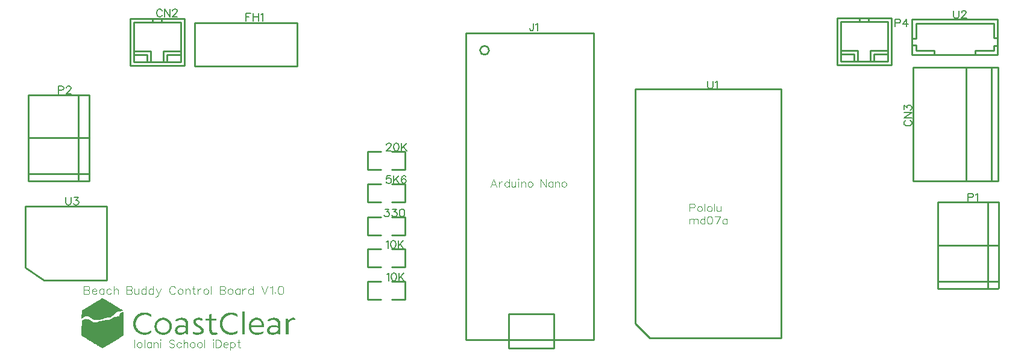
<source format=gto>
G04 Layer: TopSilkLayer*
G04 EasyEDA v6.3.39, 2020-04-27T13:29:51-10:00*
G04 0e468c40523046efa6fe7ed36a0295c7,a4d28be01f944deba2cf7c63a1f3ff09,10*
G04 Gerber Generator version 0.2*
G04 Scale: 100 percent, Rotated: No, Reflected: No *
G04 Dimensions in millimeters *
G04 leading zeros omitted , absolute positions ,3 integer and 3 decimal *
%FSLAX33Y33*%
%MOMM*%
G90*
G71D02*

%ADD10C,0.254000*%
%ADD25C,0.151994*%
%ADD26C,0.075006*%
%ADD27C,0.100000*%
%ADD28C,0.152400*%

%LPD*%

%LPD*%
G36*
G01X12240Y7886D02*
G01X12216Y7887D01*
G01X12194Y7886D01*
G01X12173Y7883D01*
G01X12152Y7877D01*
G01X12132Y7869D01*
G01X12111Y7859D01*
G01X12090Y7848D01*
G01X12069Y7834D01*
G01X12046Y7820D01*
G01X11996Y7786D01*
G01X11968Y7767D01*
G01X11938Y7747D01*
G01X11900Y7723D01*
G01X11858Y7696D01*
G01X11811Y7666D01*
G01X11760Y7635D01*
G01X11706Y7601D01*
G01X11649Y7567D01*
G01X11591Y7532D01*
G01X11531Y7496D01*
G01X11413Y7426D01*
G01X11355Y7392D01*
G01X11300Y7361D01*
G01X11265Y7341D01*
G01X11226Y7318D01*
G01X11183Y7292D01*
G01X11136Y7265D01*
G01X11086Y7235D01*
G01X11032Y7203D01*
G01X10975Y7169D01*
G01X10915Y7134D01*
G01X10854Y7097D01*
G01X10790Y7059D01*
G01X10725Y7020D01*
G01X10658Y6979D01*
G01X10522Y6897D01*
G01X10384Y6813D01*
G01X10315Y6772D01*
G01X10247Y6730D01*
G01X10179Y6689D01*
G01X10113Y6648D01*
G01X9317Y6161D01*
G01X9315Y4966D01*
G01X9438Y5082D01*
G01X9487Y5126D01*
G01X9537Y5167D01*
G01X9587Y5204D01*
G01X9638Y5239D01*
G01X9688Y5268D01*
G01X9738Y5294D01*
G01X9789Y5317D01*
G01X9839Y5336D01*
G01X9889Y5351D01*
G01X9939Y5362D01*
G01X9989Y5370D01*
G01X10039Y5373D01*
G01X10088Y5374D01*
G01X10137Y5370D01*
G01X10186Y5362D01*
G01X10234Y5351D01*
G01X10282Y5337D01*
G01X10330Y5318D01*
G01X10377Y5296D01*
G01X10424Y5269D01*
G01X10470Y5240D01*
G01X10516Y5207D01*
G01X10561Y5169D01*
G01X10605Y5128D01*
G01X10642Y5094D01*
G01X10680Y5062D01*
G01X10720Y5032D01*
G01X10761Y5003D01*
G01X10803Y4977D01*
G01X10847Y4953D01*
G01X10892Y4930D01*
G01X10938Y4910D01*
G01X10986Y4892D01*
G01X11035Y4875D01*
G01X11085Y4861D01*
G01X11137Y4848D01*
G01X11189Y4837D01*
G01X11243Y4829D01*
G01X11298Y4822D01*
G01X11354Y4817D01*
G01X11412Y4815D01*
G01X11470Y4814D01*
G01X11530Y4815D01*
G01X11591Y4818D01*
G01X11653Y4824D01*
G01X11715Y4831D01*
G01X11779Y4840D01*
G01X11844Y4851D01*
G01X11910Y4865D01*
G01X11976Y4880D01*
G01X12044Y4897D01*
G01X12113Y4916D01*
G01X12182Y4937D01*
G01X12253Y4960D01*
G01X12324Y4986D01*
G01X12396Y5012D01*
G01X12454Y5034D01*
G01X12512Y5054D01*
G01X12571Y5072D01*
G01X12630Y5089D01*
G01X12689Y5104D01*
G01X12748Y5118D01*
G01X12805Y5130D01*
G01X12861Y5140D01*
G01X12915Y5148D01*
G01X12966Y5153D01*
G01X13014Y5157D01*
G01X13058Y5158D01*
G01X13115Y5159D01*
G01X13166Y5161D01*
G01X13215Y5166D01*
G01X13260Y5174D01*
G01X13305Y5185D01*
G01X13348Y5199D01*
G01X13390Y5218D01*
G01X13434Y5242D01*
G01X13479Y5270D01*
G01X13527Y5304D01*
G01X13577Y5344D01*
G01X13632Y5390D01*
G01X13691Y5444D01*
G01X13756Y5505D01*
G01X13827Y5574D01*
G01X13905Y5652D01*
G01X13955Y5700D01*
G01X14002Y5745D01*
G01X14046Y5785D01*
G01X14089Y5821D01*
G01X14131Y5853D01*
G01X14172Y5881D01*
G01X14214Y5907D01*
G01X14257Y5929D01*
G01X14300Y5949D01*
G01X14346Y5966D01*
G01X14395Y5982D01*
G01X14447Y5996D01*
G01X14502Y6010D01*
G01X14562Y6021D01*
G01X14628Y6033D01*
G01X14699Y6043D01*
G01X14795Y6059D01*
G01X14882Y6078D01*
G01X14959Y6099D01*
G01X15022Y6121D01*
G01X15070Y6144D01*
G01X15102Y6166D01*
G01X15115Y6186D01*
G01X15105Y6205D01*
G01X15091Y6215D01*
G01X15065Y6233D01*
G01X15028Y6257D01*
G01X14980Y6285D01*
G01X14925Y6320D01*
G01X14863Y6358D01*
G01X14793Y6400D01*
G01X14719Y6444D01*
G01X14642Y6491D01*
G01X14561Y6539D01*
G01X14397Y6637D01*
G01X14374Y6650D01*
G01X14347Y6666D01*
G01X14315Y6685D01*
G01X14280Y6706D01*
G01X14241Y6729D01*
G01X14198Y6755D01*
G01X14152Y6783D01*
G01X14103Y6813D01*
G01X14052Y6844D01*
G01X13997Y6877D01*
G01X13942Y6911D01*
G01X13884Y6946D01*
G01X13824Y6982D01*
G01X13763Y7019D01*
G01X13701Y7057D01*
G01X13638Y7095D01*
G01X13575Y7134D01*
G01X13511Y7173D01*
G01X13384Y7251D01*
G01X13272Y7320D01*
G01X13167Y7384D01*
G01X13070Y7444D01*
G01X12980Y7500D01*
G01X12896Y7551D01*
G01X12819Y7598D01*
G01X12748Y7641D01*
G01X12682Y7680D01*
G01X12622Y7716D01*
G01X12567Y7748D01*
G01X12517Y7775D01*
G01X12470Y7800D01*
G01X12428Y7822D01*
G01X12390Y7839D01*
G01X12355Y7855D01*
G01X12322Y7867D01*
G01X12293Y7876D01*
G01X12266Y7882D01*
G01X12240Y7886D01*
G37*

%LPD*%
G36*
G01X39138Y5154D02*
G01X39090Y5160D01*
G01X39037Y5159D01*
G01X38980Y5153D01*
G01X38921Y5141D01*
G01X38858Y5123D01*
G01X38794Y5099D01*
G01X38728Y5069D01*
G01X38661Y5033D01*
G01X38593Y4991D01*
G01X38514Y4939D01*
G01X38454Y4901D01*
G01X38408Y4877D01*
G01X38375Y4865D01*
G01X38351Y4865D01*
G01X38335Y4877D01*
G01X38324Y4900D01*
G01X38314Y4934D01*
G01X38293Y4981D01*
G01X38258Y5016D01*
G01X38208Y5037D01*
G01X38145Y5043D01*
G01X38003Y5043D01*
G01X38003Y2808D01*
G01X38386Y2808D01*
G01X38386Y4522D01*
G01X38568Y4668D01*
G01X38620Y4707D01*
G01X38670Y4739D01*
G01X38720Y4764D01*
G01X38772Y4783D01*
G01X38827Y4798D01*
G01X38888Y4807D01*
G01X38956Y4813D01*
G01X39033Y4814D01*
G01X39120Y4815D01*
G01X39187Y4818D01*
G01X39236Y4824D01*
G01X39271Y4835D01*
G01X39294Y4852D01*
G01X39307Y4876D01*
G01X39313Y4909D01*
G01X39315Y4951D01*
G01X39311Y4998D01*
G01X39298Y5038D01*
G01X39279Y5073D01*
G01X39253Y5102D01*
G01X39220Y5125D01*
G01X39182Y5142D01*
G01X39138Y5154D01*
G37*

%LPD*%
G36*
G01X32211Y6018D02*
G01X31883Y6018D01*
G01X31883Y2808D01*
G01X32211Y2808D01*
G01X32211Y6018D01*
G37*

%LPD*%
G36*
G01X18111Y5893D02*
G01X18050Y5893D01*
G01X17991Y5890D01*
G01X17932Y5886D01*
G01X17875Y5879D01*
G01X17819Y5870D01*
G01X17764Y5859D01*
G01X17710Y5846D01*
G01X17659Y5830D01*
G01X17609Y5813D01*
G01X17558Y5792D01*
G01X17507Y5770D01*
G01X17457Y5748D01*
G01X17410Y5724D01*
G01X17363Y5699D01*
G01X17318Y5673D01*
G01X17274Y5646D01*
G01X17232Y5618D01*
G01X17191Y5589D01*
G01X17151Y5559D01*
G01X17112Y5529D01*
G01X17075Y5497D01*
G01X17039Y5465D01*
G01X17005Y5432D01*
G01X16972Y5398D01*
G01X16940Y5363D01*
G01X16909Y5328D01*
G01X16880Y5292D01*
G01X16852Y5255D01*
G01X16825Y5218D01*
G01X16800Y5180D01*
G01X16776Y5141D01*
G01X16753Y5102D01*
G01X16731Y5063D01*
G01X16691Y4983D01*
G01X16657Y4901D01*
G01X16627Y4817D01*
G01X16603Y4733D01*
G01X16592Y4690D01*
G01X16583Y4647D01*
G01X16575Y4604D01*
G01X16568Y4561D01*
G01X16562Y4517D01*
G01X16558Y4473D01*
G01X16552Y4387D01*
G01X16552Y4299D01*
G01X16553Y4256D01*
G01X16556Y4212D01*
G01X16559Y4169D01*
G01X16564Y4125D01*
G01X16570Y4082D01*
G01X16577Y4039D01*
G01X16585Y3996D01*
G01X16595Y3954D01*
G01X16606Y3912D01*
G01X16617Y3869D01*
G01X16630Y3828D01*
G01X16644Y3787D01*
G01X16658Y3745D01*
G01X16692Y3665D01*
G01X16710Y3626D01*
G01X16729Y3586D01*
G01X16771Y3510D01*
G01X16793Y3473D01*
G01X16817Y3436D01*
G01X16842Y3400D01*
G01X16868Y3364D01*
G01X16894Y3329D01*
G01X16922Y3295D01*
G01X16951Y3262D01*
G01X16981Y3229D01*
G01X17011Y3198D01*
G01X17043Y3167D01*
G01X17076Y3137D01*
G01X17110Y3108D01*
G01X17146Y3080D01*
G01X17181Y3053D01*
G01X17218Y3026D01*
G01X17256Y3001D01*
G01X17295Y2977D01*
G01X17335Y2954D01*
G01X17376Y2932D01*
G01X17418Y2911D01*
G01X17460Y2892D01*
G01X17504Y2873D01*
G01X17549Y2855D01*
G01X17641Y2825D01*
G01X17689Y2811D01*
G01X17737Y2799D01*
G01X17787Y2788D01*
G01X17837Y2779D01*
G01X17888Y2771D01*
G01X17940Y2765D01*
G01X17993Y2759D01*
G01X18047Y2756D01*
G01X18102Y2754D01*
G01X18158Y2753D01*
G01X18236Y2755D01*
G01X18312Y2759D01*
G01X18386Y2765D01*
G01X18456Y2774D01*
G01X18524Y2784D01*
G01X18588Y2798D01*
G01X18649Y2812D01*
G01X18707Y2829D01*
G01X18761Y2848D01*
G01X18811Y2869D01*
G01X18858Y2892D01*
G01X18901Y2916D01*
G01X18940Y2942D01*
G01X18974Y2969D01*
G01X19004Y2999D01*
G01X19030Y3029D01*
G01X19052Y3062D01*
G01X19068Y3095D01*
G01X19079Y3130D01*
G01X19086Y3166D01*
G01X19090Y3229D01*
G01X19086Y3274D01*
G01X19071Y3303D01*
G01X19044Y3315D01*
G01X19002Y3311D01*
G01X18944Y3291D01*
G01X18868Y3255D01*
G01X18771Y3204D01*
G01X18718Y3177D01*
G01X18665Y3153D01*
G01X18613Y3132D01*
G01X18559Y3113D01*
G01X18505Y3097D01*
G01X18451Y3084D01*
G01X18396Y3073D01*
G01X18342Y3065D01*
G01X18288Y3060D01*
G01X18233Y3056D01*
G01X18178Y3056D01*
G01X18124Y3058D01*
G01X18070Y3062D01*
G01X18016Y3068D01*
G01X17963Y3077D01*
G01X17910Y3088D01*
G01X17858Y3101D01*
G01X17806Y3117D01*
G01X17756Y3134D01*
G01X17705Y3154D01*
G01X17656Y3176D01*
G01X17608Y3199D01*
G01X17560Y3225D01*
G01X17514Y3253D01*
G01X17469Y3282D01*
G01X17425Y3314D01*
G01X17382Y3347D01*
G01X17341Y3382D01*
G01X17301Y3419D01*
G01X17263Y3457D01*
G01X17226Y3498D01*
G01X17191Y3540D01*
G01X17158Y3583D01*
G01X17127Y3628D01*
G01X17097Y3675D01*
G01X17069Y3723D01*
G01X17044Y3772D01*
G01X17021Y3823D01*
G01X16999Y3876D01*
G01X16980Y3929D01*
G01X16964Y3984D01*
G01X16950Y4040D01*
G01X16938Y4097D01*
G01X16929Y4156D01*
G01X16923Y4210D01*
G01X16919Y4264D01*
G01X16918Y4318D01*
G01X16919Y4370D01*
G01X16923Y4423D01*
G01X16929Y4474D01*
G01X16936Y4525D01*
G01X16946Y4575D01*
G01X16958Y4624D01*
G01X16971Y4672D01*
G01X16987Y4719D01*
G01X17005Y4766D01*
G01X17024Y4812D01*
G01X17045Y4856D01*
G01X17068Y4900D01*
G01X17093Y4942D01*
G01X17120Y4984D01*
G01X17147Y5024D01*
G01X17177Y5063D01*
G01X17207Y5101D01*
G01X17239Y5138D01*
G01X17273Y5174D01*
G01X17308Y5208D01*
G01X17344Y5241D01*
G01X17381Y5273D01*
G01X17419Y5303D01*
G01X17459Y5332D01*
G01X17500Y5359D01*
G01X17541Y5385D01*
G01X17583Y5410D01*
G01X17627Y5433D01*
G01X17671Y5454D01*
G01X17715Y5473D01*
G01X17761Y5491D01*
G01X17807Y5508D01*
G01X17854Y5522D01*
G01X17902Y5535D01*
G01X17950Y5546D01*
G01X17998Y5555D01*
G01X18047Y5562D01*
G01X18096Y5568D01*
G01X18145Y5571D01*
G01X18195Y5572D01*
G01X18245Y5572D01*
G01X18295Y5569D01*
G01X18345Y5565D01*
G01X18395Y5558D01*
G01X18445Y5549D01*
G01X18495Y5538D01*
G01X18545Y5525D01*
G01X18594Y5509D01*
G01X18644Y5491D01*
G01X18693Y5471D01*
G01X18742Y5448D01*
G01X18790Y5423D01*
G01X18838Y5396D01*
G01X18924Y5345D01*
G01X18989Y5309D01*
G01X19034Y5289D01*
G01X19065Y5285D01*
G01X19083Y5298D01*
G01X19092Y5328D01*
G01X19096Y5376D01*
G01X19096Y5443D01*
G01X19089Y5518D01*
G01X19069Y5582D01*
G01X19038Y5634D01*
G01X18995Y5669D01*
G01X18943Y5697D01*
G01X18889Y5724D01*
G01X18834Y5748D01*
G01X18777Y5770D01*
G01X18719Y5791D01*
G01X18660Y5810D01*
G01X18600Y5827D01*
G01X18539Y5842D01*
G01X18479Y5855D01*
G01X18417Y5867D01*
G01X18356Y5876D01*
G01X18294Y5883D01*
G01X18233Y5889D01*
G01X18171Y5892D01*
G01X18111Y5893D01*
G37*

%LPD*%
G36*
G01X30403Y5893D02*
G01X30339Y5894D01*
G01X30275Y5893D01*
G01X30210Y5890D01*
G01X30145Y5885D01*
G01X30079Y5877D01*
G01X30015Y5866D01*
G01X29950Y5854D01*
G01X29886Y5838D01*
G01X29823Y5821D01*
G01X29760Y5800D01*
G01X29699Y5777D01*
G01X29648Y5756D01*
G01X29599Y5733D01*
G01X29551Y5709D01*
G01X29505Y5685D01*
G01X29459Y5659D01*
G01X29416Y5632D01*
G01X29332Y5574D01*
G01X29293Y5544D01*
G01X29255Y5513D01*
G01X29218Y5481D01*
G01X29183Y5448D01*
G01X29149Y5414D01*
G01X29116Y5380D01*
G01X29085Y5344D01*
G01X29055Y5308D01*
G01X29027Y5271D01*
G01X28999Y5233D01*
G01X28973Y5195D01*
G01X28949Y5157D01*
G01X28926Y5117D01*
G01X28904Y5077D01*
G01X28883Y5036D01*
G01X28845Y4954D01*
G01X28829Y4912D01*
G01X28813Y4869D01*
G01X28799Y4827D01*
G01X28786Y4783D01*
G01X28774Y4740D01*
G01X28764Y4696D01*
G01X28755Y4652D01*
G01X28747Y4608D01*
G01X28740Y4563D01*
G01X28735Y4519D01*
G01X28730Y4474D01*
G01X28727Y4429D01*
G01X28725Y4339D01*
G01X28727Y4249D01*
G01X28730Y4205D01*
G01X28740Y4115D01*
G01X28747Y4071D01*
G01X28763Y3983D01*
G01X28785Y3895D01*
G01X28797Y3852D01*
G01X28811Y3810D01*
G01X28825Y3767D01*
G01X28841Y3725D01*
G01X28858Y3684D01*
G01X28876Y3643D01*
G01X28895Y3602D01*
G01X28915Y3562D01*
G01X28937Y3522D01*
G01X28959Y3484D01*
G01X28982Y3446D01*
G01X29007Y3408D01*
G01X29033Y3371D01*
G01X29060Y3335D01*
G01X29087Y3300D01*
G01X29116Y3265D01*
G01X29146Y3232D01*
G01X29177Y3199D01*
G01X29209Y3167D01*
G01X29242Y3136D01*
G01X29276Y3106D01*
G01X29311Y3077D01*
G01X29347Y3049D01*
G01X29384Y3022D01*
G01X29422Y2996D01*
G01X29461Y2971D01*
G01X29501Y2947D01*
G01X29542Y2925D01*
G01X29584Y2904D01*
G01X29627Y2884D01*
G01X29671Y2865D01*
G01X29715Y2848D01*
G01X29762Y2832D01*
G01X29808Y2817D01*
G01X29856Y2804D01*
G01X29904Y2792D01*
G01X29954Y2782D01*
G01X30005Y2773D01*
G01X30056Y2766D01*
G01X30109Y2759D01*
G01X30161Y2755D01*
G01X30216Y2753D01*
G01X30271Y2752D01*
G01X30354Y2753D01*
G01X30434Y2756D01*
G01X30510Y2761D01*
G01X30584Y2769D01*
G01X30653Y2778D01*
G01X30719Y2790D01*
G01X30782Y2803D01*
G01X30841Y2819D01*
G01X30896Y2836D01*
G01X30947Y2855D01*
G01X30994Y2876D01*
G01X31036Y2899D01*
G01X31075Y2924D01*
G01X31109Y2950D01*
G01X31139Y2978D01*
G01X31164Y3007D01*
G01X31185Y3038D01*
G01X31200Y3071D01*
G01X31211Y3105D01*
G01X31217Y3140D01*
G01X31221Y3208D01*
G01X31219Y3259D01*
G01X31211Y3294D01*
G01X31193Y3313D01*
G01X31168Y3317D01*
G01X31133Y3307D01*
G01X31088Y3282D01*
G01X31032Y3243D01*
G01X30988Y3213D01*
G01X30941Y3185D01*
G01X30892Y3160D01*
G01X30842Y3138D01*
G01X30790Y3119D01*
G01X30737Y3103D01*
G01X30683Y3090D01*
G01X30627Y3079D01*
G01X30570Y3071D01*
G01X30514Y3065D01*
G01X30456Y3062D01*
G01X30397Y3062D01*
G01X30339Y3064D01*
G01X30280Y3069D01*
G01X30221Y3076D01*
G01X30162Y3086D01*
G01X30104Y3098D01*
G01X30045Y3113D01*
G01X29988Y3129D01*
G01X29931Y3148D01*
G01X29874Y3169D01*
G01X29820Y3192D01*
G01X29765Y3218D01*
G01X29713Y3245D01*
G01X29662Y3275D01*
G01X29612Y3306D01*
G01X29564Y3340D01*
G01X29517Y3375D01*
G01X29474Y3412D01*
G01X29431Y3451D01*
G01X29392Y3493D01*
G01X29355Y3535D01*
G01X29320Y3580D01*
G01X29288Y3626D01*
G01X29259Y3674D01*
G01X29233Y3724D01*
G01X29210Y3774D01*
G01X29189Y3825D01*
G01X29170Y3876D01*
G01X29153Y3926D01*
G01X29138Y3977D01*
G01X29125Y4027D01*
G01X29115Y4077D01*
G01X29106Y4127D01*
G01X29099Y4176D01*
G01X29095Y4226D01*
G01X29092Y4274D01*
G01X29091Y4323D01*
G01X29092Y4370D01*
G01X29095Y4418D01*
G01X29100Y4465D01*
G01X29106Y4511D01*
G01X29114Y4557D01*
G01X29124Y4602D01*
G01X29135Y4647D01*
G01X29148Y4691D01*
G01X29163Y4734D01*
G01X29179Y4777D01*
G01X29196Y4818D01*
G01X29216Y4860D01*
G01X29236Y4900D01*
G01X29258Y4939D01*
G01X29281Y4978D01*
G01X29306Y5015D01*
G01X29332Y5052D01*
G01X29359Y5088D01*
G01X29387Y5122D01*
G01X29417Y5156D01*
G01X29448Y5188D01*
G01X29480Y5220D01*
G01X29513Y5250D01*
G01X29547Y5279D01*
G01X29582Y5307D01*
G01X29618Y5334D01*
G01X29656Y5359D01*
G01X29693Y5383D01*
G01X29732Y5406D01*
G01X29772Y5427D01*
G01X29812Y5447D01*
G01X29854Y5466D01*
G01X29896Y5483D01*
G01X29939Y5498D01*
G01X29983Y5512D01*
G01X30027Y5525D01*
G01X30072Y5536D01*
G01X30117Y5545D01*
G01X30163Y5552D01*
G01X30209Y5558D01*
G01X30256Y5562D01*
G01X30304Y5565D01*
G01X30351Y5565D01*
G01X30400Y5564D01*
G01X30448Y5561D01*
G01X30497Y5556D01*
G01X30546Y5549D01*
G01X30595Y5540D01*
G01X30645Y5529D01*
G01X30695Y5516D01*
G01X30745Y5502D01*
G01X30794Y5484D01*
G01X30845Y5465D01*
G01X30895Y5444D01*
G01X30945Y5420D01*
G01X30995Y5395D01*
G01X31227Y5271D01*
G01X31227Y5437D01*
G01X31225Y5474D01*
G01X31217Y5510D01*
G01X31205Y5544D01*
G01X31188Y5577D01*
G01X31167Y5609D01*
G01X31141Y5640D01*
G01X31112Y5669D01*
G01X31079Y5696D01*
G01X31042Y5722D01*
G01X31003Y5747D01*
G01X30960Y5769D01*
G01X30913Y5790D01*
G01X30865Y5809D01*
G01X30814Y5826D01*
G01X30760Y5842D01*
G01X30705Y5855D01*
G01X30647Y5867D01*
G01X30588Y5877D01*
G01X30528Y5884D01*
G01X30466Y5890D01*
G01X30403Y5893D01*
G37*

%LPD*%
G36*
G01X25830Y5149D02*
G01X25764Y5150D01*
G01X25698Y5148D01*
G01X25631Y5141D01*
G01X25565Y5130D01*
G01X25499Y5115D01*
G01X25435Y5095D01*
G01X25373Y5070D01*
G01X25314Y5041D01*
G01X25266Y5012D01*
G01X25223Y4983D01*
G01X25184Y4952D01*
G01X25148Y4920D01*
G01X25116Y4886D01*
G01X25088Y4851D01*
G01X25064Y4815D01*
G01X25043Y4779D01*
G01X25026Y4741D01*
G01X25013Y4703D01*
G01X25004Y4663D01*
G01X24998Y4623D01*
G01X24996Y4583D01*
G01X24998Y4542D01*
G01X25003Y4500D01*
G01X25012Y4459D01*
G01X25025Y4417D01*
G01X25040Y4374D01*
G01X25060Y4332D01*
G01X25083Y4290D01*
G01X25110Y4248D01*
G01X25140Y4206D01*
G01X25173Y4165D01*
G01X25210Y4123D01*
G01X25250Y4082D01*
G01X25294Y4042D01*
G01X25341Y4003D01*
G01X25391Y3963D01*
G01X25445Y3925D01*
G01X25502Y3888D01*
G01X25563Y3851D01*
G01X25626Y3816D01*
G01X25686Y3783D01*
G01X25741Y3750D01*
G01X25793Y3716D01*
G01X25839Y3683D01*
G01X25882Y3649D01*
G01X25921Y3616D01*
G01X25956Y3583D01*
G01X25987Y3551D01*
G01X26014Y3519D01*
G01X26037Y3487D01*
G01X26056Y3456D01*
G01X26072Y3425D01*
G01X26084Y3396D01*
G01X26092Y3367D01*
G01X26097Y3339D01*
G01X26100Y3311D01*
G01X26097Y3285D01*
G01X26093Y3259D01*
G01X26085Y3235D01*
G01X26073Y3212D01*
G01X26059Y3190D01*
G01X26042Y3169D01*
G01X26021Y3150D01*
G01X25998Y3132D01*
G01X25972Y3116D01*
G01X25944Y3101D01*
G01X25912Y3088D01*
G01X25878Y3076D01*
G01X25841Y3067D01*
G01X25802Y3059D01*
G01X25761Y3053D01*
G01X25717Y3050D01*
G01X25671Y3048D01*
G01X25623Y3048D01*
G01X25572Y3051D01*
G01X25519Y3056D01*
G01X25465Y3063D01*
G01X25408Y3073D01*
G01X25350Y3085D01*
G01X25290Y3100D01*
G01X25228Y3117D01*
G01X25164Y3137D01*
G01X25099Y3160D01*
G01X25032Y3186D01*
G01X24989Y3195D01*
G01X24961Y3179D01*
G01X24947Y3132D01*
G01X24943Y3049D01*
G01X24945Y3010D01*
G01X24952Y2974D01*
G01X24964Y2942D01*
G01X24980Y2912D01*
G01X25002Y2884D01*
G01X25029Y2860D01*
G01X25061Y2838D01*
G01X25099Y2819D01*
G01X25143Y2803D01*
G01X25193Y2788D01*
G01X25249Y2777D01*
G01X25311Y2767D01*
G01X25380Y2760D01*
G01X25455Y2755D01*
G01X25537Y2752D01*
G01X25626Y2751D01*
G01X25692Y2752D01*
G01X25755Y2756D01*
G01X25816Y2763D01*
G01X25874Y2771D01*
G01X25930Y2782D01*
G01X25983Y2796D01*
G01X26033Y2811D01*
G01X26081Y2828D01*
G01X26126Y2847D01*
G01X26169Y2868D01*
G01X26208Y2891D01*
G01X26245Y2915D01*
G01X26280Y2942D01*
G01X26311Y2969D01*
G01X26340Y2998D01*
G01X26366Y3029D01*
G01X26389Y3060D01*
G01X26409Y3093D01*
G01X26426Y3126D01*
G01X26441Y3161D01*
G01X26453Y3196D01*
G01X26461Y3232D01*
G01X26467Y3269D01*
G01X26470Y3307D01*
G01X26470Y3345D01*
G01X26467Y3383D01*
G01X26461Y3422D01*
G01X26452Y3461D01*
G01X26440Y3500D01*
G01X26425Y3539D01*
G01X26406Y3578D01*
G01X26385Y3617D01*
G01X26361Y3657D01*
G01X26333Y3695D01*
G01X26303Y3733D01*
G01X26269Y3771D01*
G01X26232Y3808D01*
G01X26192Y3844D01*
G01X26148Y3880D01*
G01X26102Y3915D01*
G01X26052Y3949D01*
G01X25999Y3982D01*
G01X25943Y4014D01*
G01X25883Y4044D01*
G01X25820Y4077D01*
G01X25761Y4109D01*
G01X25705Y4143D01*
G01X25655Y4176D01*
G01X25607Y4210D01*
G01X25565Y4243D01*
G01X25525Y4277D01*
G01X25490Y4310D01*
G01X25459Y4344D01*
G01X25433Y4377D01*
G01X25409Y4409D01*
G01X25389Y4441D01*
G01X25373Y4473D01*
G01X25361Y4503D01*
G01X25352Y4533D01*
G01X25347Y4562D01*
G01X25345Y4590D01*
G01X25347Y4617D01*
G01X25353Y4643D01*
G01X25361Y4667D01*
G01X25374Y4690D01*
G01X25389Y4712D01*
G01X25408Y4732D01*
G01X25430Y4749D01*
G01X25455Y4766D01*
G01X25483Y4780D01*
G01X25515Y4793D01*
G01X25549Y4803D01*
G01X25587Y4811D01*
G01X25627Y4817D01*
G01X25671Y4821D01*
G01X25717Y4822D01*
G01X25766Y4820D01*
G01X25818Y4816D01*
G01X25873Y4809D01*
G01X25930Y4799D01*
G01X25990Y4786D01*
G01X26053Y4771D01*
G01X26118Y4751D01*
G01X26186Y4729D01*
G01X26251Y4712D01*
G01X26289Y4721D01*
G01X26305Y4766D01*
G01X26309Y4853D01*
G01X26305Y4895D01*
G01X26292Y4933D01*
G01X26271Y4969D01*
G01X26242Y5002D01*
G01X26208Y5032D01*
G01X26167Y5059D01*
G01X26120Y5083D01*
G01X26069Y5103D01*
G01X26014Y5120D01*
G01X25955Y5133D01*
G01X25894Y5143D01*
G01X25830Y5149D01*
G37*

%LPD*%
G36*
G01X36414Y5146D02*
G01X36347Y5147D01*
G01X36278Y5145D01*
G01X36208Y5139D01*
G01X36135Y5130D01*
G01X36061Y5118D01*
G01X35985Y5102D01*
G01X35908Y5083D01*
G01X35829Y5060D01*
G01X35761Y5037D01*
G01X35700Y5012D01*
G01X35645Y4985D01*
G01X35596Y4957D01*
G01X35553Y4926D01*
G01X35518Y4894D01*
G01X35488Y4861D01*
G01X35466Y4826D01*
G01X35450Y4789D01*
G01X35442Y4751D01*
G01X35440Y4712D01*
G01X35445Y4673D01*
G01X35463Y4639D01*
G01X35502Y4632D01*
G01X35570Y4653D01*
G01X35677Y4704D01*
G01X35741Y4735D01*
G01X35805Y4761D01*
G01X35869Y4784D01*
G01X35933Y4803D01*
G01X35996Y4817D01*
G01X36059Y4828D01*
G01X36121Y4835D01*
G01X36182Y4839D01*
G01X36242Y4838D01*
G01X36301Y4835D01*
G01X36358Y4828D01*
G01X36413Y4816D01*
G01X36466Y4803D01*
G01X36518Y4785D01*
G01X36566Y4765D01*
G01X36613Y4741D01*
G01X36657Y4714D01*
G01X36697Y4684D01*
G01X36736Y4652D01*
G01X36770Y4616D01*
G01X36802Y4578D01*
G01X36829Y4536D01*
G01X36853Y4493D01*
G01X36873Y4447D01*
G01X36889Y4398D01*
G01X36901Y4346D01*
G01X36908Y4293D01*
G01X36910Y4237D01*
G01X36910Y4179D01*
G01X36909Y4131D01*
G01X36906Y4092D01*
G01X36899Y4063D01*
G01X36886Y4042D01*
G01X36867Y4029D01*
G01X36839Y4022D01*
G01X36801Y4023D01*
G01X36751Y4029D01*
G01X36688Y4040D01*
G01X36611Y4056D01*
G01X36517Y4076D01*
G01X36457Y4086D01*
G01X36398Y4094D01*
G01X36339Y4100D01*
G01X36282Y4102D01*
G01X36225Y4101D01*
G01X36169Y4097D01*
G01X36114Y4090D01*
G01X36060Y4082D01*
G01X36008Y4070D01*
G01X35957Y4056D01*
G01X35907Y4041D01*
G01X35859Y4022D01*
G01X35812Y4002D01*
G01X35767Y3980D01*
G01X35724Y3956D01*
G01X35682Y3929D01*
G01X35642Y3902D01*
G01X35605Y3872D01*
G01X35570Y3842D01*
G01X35537Y3809D01*
G01X35506Y3775D01*
G01X35477Y3740D01*
G01X35451Y3704D01*
G01X35428Y3667D01*
G01X35407Y3629D01*
G01X35389Y3590D01*
G01X35374Y3550D01*
G01X35362Y3509D01*
G01X35353Y3468D01*
G01X35347Y3426D01*
G01X35344Y3384D01*
G01X35344Y3342D01*
G01X35348Y3299D01*
G01X35355Y3256D01*
G01X35366Y3213D01*
G01X35381Y3170D01*
G01X35399Y3128D01*
G01X35421Y3085D01*
G01X35447Y3043D01*
G01X35477Y3001D01*
G01X35512Y2962D01*
G01X35552Y2926D01*
G01X35598Y2894D01*
G01X35647Y2864D01*
G01X35702Y2838D01*
G01X35760Y2816D01*
G01X35821Y2797D01*
G01X35884Y2780D01*
G01X35949Y2768D01*
G01X36015Y2758D01*
G01X36083Y2752D01*
G01X36150Y2750D01*
G01X36217Y2751D01*
G01X36283Y2755D01*
G01X36348Y2763D01*
G01X36411Y2773D01*
G01X36471Y2787D01*
G01X36529Y2805D01*
G01X36582Y2827D01*
G01X36631Y2851D01*
G01X36676Y2879D01*
G01X36715Y2911D01*
G01X36749Y2945D01*
G01X36776Y2984D01*
G01X36817Y3029D01*
G01X36859Y3032D01*
G01X36897Y2996D01*
G01X36926Y2923D01*
G01X36947Y2872D01*
G01X36983Y2836D01*
G01X37034Y2815D01*
G01X37100Y2808D01*
G01X37246Y2808D01*
G01X37228Y3751D01*
G01X37211Y4692D01*
G01X37058Y4860D01*
G01X37016Y4902D01*
G01X36972Y4941D01*
G01X36926Y4977D01*
G01X36877Y5010D01*
G01X36827Y5039D01*
G01X36774Y5064D01*
G01X36719Y5086D01*
G01X36662Y5105D01*
G01X36603Y5120D01*
G01X36542Y5132D01*
G01X36479Y5140D01*
G01X36414Y5146D01*
G37*

%LPC*%
G36*
G01X36287Y3814D02*
G01X36216Y3816D01*
G01X36148Y3814D01*
G01X36085Y3807D01*
G01X36027Y3797D01*
G01X35973Y3782D01*
G01X35924Y3762D01*
G01X35880Y3738D01*
G01X35840Y3711D01*
G01X35805Y3679D01*
G01X35776Y3643D01*
G01X35752Y3603D01*
G01X35733Y3559D01*
G01X35719Y3511D01*
G01X35711Y3460D01*
G01X35708Y3405D01*
G01X35711Y3357D01*
G01X35720Y3313D01*
G01X35733Y3272D01*
G01X35752Y3233D01*
G01X35775Y3197D01*
G01X35803Y3165D01*
G01X35835Y3136D01*
G01X35871Y3110D01*
G01X35911Y3088D01*
G01X35954Y3069D01*
G01X36000Y3054D01*
G01X36049Y3042D01*
G01X36101Y3035D01*
G01X36154Y3031D01*
G01X36210Y3032D01*
G01X36268Y3036D01*
G01X36327Y3045D01*
G01X36388Y3059D01*
G01X36449Y3076D01*
G01X36510Y3099D01*
G01X36571Y3126D01*
G01X36627Y3158D01*
G01X36679Y3194D01*
G01X36727Y3233D01*
G01X36771Y3275D01*
G01X36809Y3319D01*
G01X36843Y3364D01*
G01X36871Y3410D01*
G01X36895Y3456D01*
G01X36912Y3502D01*
G01X36923Y3547D01*
G01X36930Y3589D01*
G01X36929Y3629D01*
G01X36922Y3666D01*
G01X36908Y3699D01*
G01X36887Y3727D01*
G01X36860Y3751D01*
G01X36825Y3768D01*
G01X36783Y3780D01*
G01X36732Y3783D01*
G01X36649Y3785D01*
G01X36551Y3790D01*
G01X36452Y3798D01*
G01X36364Y3806D01*
G01X36287Y3814D01*
G37*

%LPD*%
G36*
G01X33942Y5154D02*
G01X33890Y5155D01*
G01X33838Y5154D01*
G01X33785Y5150D01*
G01X33732Y5143D01*
G01X33679Y5133D01*
G01X33626Y5120D01*
G01X33573Y5104D01*
G01X33520Y5085D01*
G01X33468Y5063D01*
G01X33416Y5038D01*
G01X33366Y5011D01*
G01X33318Y4981D01*
G01X33272Y4950D01*
G01X33229Y4917D01*
G01X33187Y4883D01*
G01X33148Y4846D01*
G01X33110Y4808D01*
G01X33074Y4768D01*
G01X33041Y4727D01*
G01X33009Y4685D01*
G01X32980Y4641D01*
G01X32952Y4596D01*
G01X32927Y4550D01*
G01X32904Y4502D01*
G01X32882Y4454D01*
G01X32863Y4405D01*
G01X32846Y4356D01*
G01X32831Y4305D01*
G01X32817Y4254D01*
G01X32806Y4203D01*
G01X32797Y4150D01*
G01X32790Y4098D01*
G01X32785Y4046D01*
G01X32782Y3993D01*
G01X32780Y3940D01*
G01X32781Y3887D01*
G01X32784Y3835D01*
G01X32789Y3782D01*
G01X32796Y3730D01*
G01X32806Y3678D01*
G01X32817Y3627D01*
G01X32830Y3576D01*
G01X32845Y3526D01*
G01X32862Y3476D01*
G01X32881Y3427D01*
G01X32903Y3379D01*
G01X32926Y3332D01*
G01X32951Y3286D01*
G01X32979Y3241D01*
G01X33008Y3197D01*
G01X33039Y3155D01*
G01X33073Y3115D01*
G01X33108Y3075D01*
G01X33146Y3037D01*
G01X33186Y3001D01*
G01X33227Y2966D01*
G01X33270Y2934D01*
G01X33316Y2903D01*
G01X33364Y2874D01*
G01X33414Y2848D01*
G01X33465Y2823D01*
G01X33516Y2803D01*
G01X33570Y2785D01*
G01X33627Y2771D01*
G01X33686Y2759D01*
G01X33747Y2749D01*
G01X33809Y2743D01*
G01X33873Y2739D01*
G01X33938Y2737D01*
G01X34003Y2738D01*
G01X34068Y2741D01*
G01X34133Y2746D01*
G01X34197Y2753D01*
G01X34260Y2763D01*
G01X34322Y2774D01*
G01X34382Y2787D01*
G01X34440Y2803D01*
G01X34495Y2819D01*
G01X34548Y2838D01*
G01X34597Y2858D01*
G01X34643Y2880D01*
G01X34685Y2903D01*
G01X34722Y2928D01*
G01X34754Y2954D01*
G01X34782Y2981D01*
G01X34804Y3009D01*
G01X34820Y3039D01*
G01X34831Y3069D01*
G01X34834Y3101D01*
G01X34834Y3256D01*
G01X34560Y3147D01*
G01X34491Y3121D01*
G01X34421Y3098D01*
G01X34352Y3080D01*
G01X34283Y3064D01*
G01X34215Y3052D01*
G01X34148Y3043D01*
G01X34081Y3038D01*
G01X34016Y3036D01*
G01X33951Y3037D01*
G01X33888Y3041D01*
G01X33827Y3049D01*
G01X33767Y3060D01*
G01X33709Y3073D01*
G01X33653Y3089D01*
G01X33599Y3108D01*
G01X33547Y3131D01*
G01X33498Y3156D01*
G01X33451Y3183D01*
G01X33408Y3214D01*
G01X33366Y3247D01*
G01X33328Y3282D01*
G01X33294Y3320D01*
G01X33262Y3361D01*
G01X33234Y3404D01*
G01X33210Y3450D01*
G01X33190Y3498D01*
G01X33173Y3548D01*
G01X33161Y3600D01*
G01X33126Y3783D01*
G01X34231Y3783D01*
G01X34330Y3784D01*
G01X34420Y3785D01*
G01X34501Y3787D01*
G01X34574Y3790D01*
G01X34639Y3794D01*
G01X34696Y3800D01*
G01X34747Y3807D01*
G01X34791Y3816D01*
G01X34828Y3826D01*
G01X34860Y3839D01*
G01X34886Y3855D01*
G01X34907Y3872D01*
G01X34922Y3893D01*
G01X34934Y3916D01*
G01X34942Y3943D01*
G01X34946Y3972D01*
G01X34947Y4005D01*
G01X34945Y4042D01*
G01X34940Y4082D01*
G01X34934Y4127D01*
G01X34926Y4176D01*
G01X34916Y4229D01*
G01X34904Y4289D01*
G01X34890Y4346D01*
G01X34873Y4403D01*
G01X34853Y4457D01*
G01X34832Y4510D01*
G01X34808Y4561D01*
G01X34782Y4611D01*
G01X34754Y4658D01*
G01X34724Y4704D01*
G01X34692Y4748D01*
G01X34659Y4789D01*
G01X34624Y4830D01*
G01X34587Y4867D01*
G01X34548Y4903D01*
G01X34508Y4936D01*
G01X34467Y4968D01*
G01X34424Y4997D01*
G01X34380Y5023D01*
G01X34335Y5048D01*
G01X34289Y5070D01*
G01X34242Y5090D01*
G01X34193Y5106D01*
G01X34145Y5121D01*
G01X34095Y5133D01*
G01X34045Y5143D01*
G01X33994Y5150D01*
G01X33942Y5154D01*
G37*

%LPC*%
G36*
G01X33925Y4846D02*
G01X33867Y4848D01*
G01X33823Y4841D01*
G01X33790Y4832D01*
G01X33741Y4819D01*
G01X33682Y4805D01*
G01X33620Y4790D01*
G01X33566Y4774D01*
G01X33512Y4751D01*
G01X33460Y4721D01*
G01X33411Y4686D01*
G01X33363Y4646D01*
G01X33320Y4601D01*
G01X33280Y4553D01*
G01X33245Y4501D01*
G01X33214Y4447D01*
G01X33189Y4391D01*
G01X33170Y4333D01*
G01X33157Y4275D01*
G01X33126Y4069D01*
G01X33870Y4069D01*
G01X34035Y4070D01*
G01X34174Y4070D01*
G01X34288Y4072D01*
G01X34381Y4075D01*
G01X34454Y4079D01*
G01X34510Y4086D01*
G01X34552Y4094D01*
G01X34581Y4106D01*
G01X34599Y4121D01*
G01X34610Y4139D01*
G01X34614Y4161D01*
G01X34615Y4186D01*
G01X34612Y4231D01*
G01X34604Y4277D01*
G01X34591Y4326D01*
G01X34574Y4376D01*
G01X34553Y4426D01*
G01X34528Y4475D01*
G01X34500Y4523D01*
G01X34469Y4568D01*
G01X34437Y4611D01*
G01X34403Y4649D01*
G01X34367Y4683D01*
G01X34331Y4711D01*
G01X34276Y4743D01*
G01X34211Y4772D01*
G01X34139Y4799D01*
G01X34064Y4820D01*
G01X33992Y4836D01*
G01X33925Y4846D01*
G37*

%LPD*%
G36*
G01X20785Y5147D02*
G01X20735Y5147D01*
G01X20683Y5145D01*
G01X20631Y5140D01*
G01X20580Y5133D01*
G01X20527Y5124D01*
G01X20474Y5113D01*
G01X20421Y5099D01*
G01X20368Y5083D01*
G01X20314Y5064D01*
G01X20263Y5043D01*
G01X20212Y5020D01*
G01X20164Y4995D01*
G01X20117Y4968D01*
G01X20072Y4939D01*
G01X20028Y4909D01*
G01X19987Y4876D01*
G01X19948Y4842D01*
G01X19910Y4807D01*
G01X19874Y4769D01*
G01X19840Y4731D01*
G01X19808Y4691D01*
G01X19777Y4650D01*
G01X19749Y4607D01*
G01X19723Y4564D01*
G01X19698Y4519D01*
G01X19675Y4474D01*
G01X19654Y4428D01*
G01X19635Y4380D01*
G01X19618Y4333D01*
G01X19603Y4284D01*
G01X19590Y4235D01*
G01X19578Y4186D01*
G01X19569Y4136D01*
G01X19562Y4086D01*
G01X19556Y4036D01*
G01X19552Y3985D01*
G01X19551Y3934D01*
G01X19551Y3884D01*
G01X19553Y3833D01*
G01X19558Y3783D01*
G01X19565Y3733D01*
G01X19573Y3683D01*
G01X19583Y3634D01*
G01X19596Y3585D01*
G01X19610Y3537D01*
G01X19627Y3489D01*
G01X19645Y3442D01*
G01X19666Y3396D01*
G01X19688Y3351D01*
G01X19713Y3306D01*
G01X19739Y3263D01*
G01X19768Y3221D01*
G01X19799Y3180D01*
G01X19832Y3140D01*
G01X19867Y3102D01*
G01X19904Y3065D01*
G01X19944Y3030D01*
G01X19985Y2996D01*
G01X20028Y2964D01*
G01X20074Y2934D01*
G01X20122Y2905D01*
G01X20174Y2877D01*
G01X20227Y2852D01*
G01X20280Y2829D01*
G01X20334Y2809D01*
G01X20388Y2791D01*
G01X20442Y2775D01*
G01X20497Y2763D01*
G01X20552Y2752D01*
G01X20608Y2744D01*
G01X20663Y2738D01*
G01X20718Y2735D01*
G01X20773Y2734D01*
G01X20828Y2736D01*
G01X20882Y2739D01*
G01X20936Y2745D01*
G01X20990Y2753D01*
G01X21043Y2764D01*
G01X21095Y2776D01*
G01X21147Y2791D01*
G01X21198Y2808D01*
G01X21248Y2827D01*
G01X21297Y2848D01*
G01X21345Y2872D01*
G01X21392Y2897D01*
G01X21438Y2925D01*
G01X21483Y2955D01*
G01X21526Y2986D01*
G01X21568Y3020D01*
G01X21608Y3055D01*
G01X21646Y3093D01*
G01X21683Y3132D01*
G01X21719Y3174D01*
G01X21752Y3217D01*
G01X21784Y3262D01*
G01X21813Y3309D01*
G01X21840Y3358D01*
G01X21866Y3408D01*
G01X21889Y3458D01*
G01X21909Y3509D01*
G01X21927Y3559D01*
G01X21943Y3609D01*
G01X21956Y3660D01*
G01X21966Y3710D01*
G01X21975Y3760D01*
G01X21982Y3810D01*
G01X21986Y3859D01*
G01X21988Y3909D01*
G01X21988Y3958D01*
G01X21986Y4007D01*
G01X21982Y4055D01*
G01X21976Y4103D01*
G01X21968Y4150D01*
G01X21959Y4197D01*
G01X21947Y4243D01*
G01X21933Y4289D01*
G01X21918Y4333D01*
G01X21901Y4377D01*
G01X21883Y4421D01*
G01X21862Y4463D01*
G01X21840Y4505D01*
G01X21817Y4546D01*
G01X21792Y4586D01*
G01X21766Y4625D01*
G01X21738Y4663D01*
G01X21708Y4700D01*
G01X21677Y4735D01*
G01X21645Y4770D01*
G01X21612Y4803D01*
G01X21577Y4835D01*
G01X21542Y4866D01*
G01X21505Y4895D01*
G01X21467Y4924D01*
G01X21427Y4950D01*
G01X21387Y4975D01*
G01X21346Y4999D01*
G01X21303Y5021D01*
G01X21260Y5041D01*
G01X21216Y5060D01*
G01X21171Y5077D01*
G01X21126Y5092D01*
G01X21079Y5106D01*
G01X21032Y5118D01*
G01X20983Y5127D01*
G01X20935Y5135D01*
G01X20886Y5141D01*
G01X20836Y5145D01*
G01X20785Y5147D01*
G37*

%LPC*%
G36*
G01X20790Y4826D02*
G01X20738Y4826D01*
G01X20686Y4823D01*
G01X20634Y4818D01*
G01X20584Y4810D01*
G01X20534Y4799D01*
G01X20485Y4785D01*
G01X20437Y4769D01*
G01X20391Y4750D01*
G01X20345Y4729D01*
G01X20301Y4705D01*
G01X20259Y4679D01*
G01X20217Y4650D01*
G01X20178Y4620D01*
G01X20141Y4587D01*
G01X20105Y4552D01*
G01X20072Y4514D01*
G01X20040Y4475D01*
G01X20011Y4433D01*
G01X19984Y4390D01*
G01X19959Y4345D01*
G01X19937Y4299D01*
G01X19917Y4250D01*
G01X19900Y4200D01*
G01X19887Y4148D01*
G01X19876Y4094D01*
G01X19867Y4040D01*
G01X19863Y3983D01*
G01X19861Y3925D01*
G01X19862Y3870D01*
G01X19867Y3817D01*
G01X19874Y3765D01*
G01X19884Y3715D01*
G01X19897Y3666D01*
G01X19912Y3620D01*
G01X19929Y3574D01*
G01X19949Y3531D01*
G01X19971Y3489D01*
G01X19995Y3449D01*
G01X20021Y3411D01*
G01X20050Y3374D01*
G01X20080Y3340D01*
G01X20111Y3307D01*
G01X20144Y3276D01*
G01X20179Y3247D01*
G01X20215Y3219D01*
G01X20253Y3194D01*
G01X20292Y3170D01*
G01X20331Y3149D01*
G01X20372Y3129D01*
G01X20414Y3112D01*
G01X20457Y3096D01*
G01X20500Y3083D01*
G01X20544Y3071D01*
G01X20588Y3061D01*
G01X20632Y3054D01*
G01X20678Y3048D01*
G01X20723Y3045D01*
G01X20769Y3044D01*
G01X20814Y3045D01*
G01X20859Y3048D01*
G01X20904Y3053D01*
G01X20949Y3061D01*
G01X20993Y3070D01*
G01X21037Y3083D01*
G01X21080Y3097D01*
G01X21123Y3113D01*
G01X21165Y3132D01*
G01X21205Y3153D01*
G01X21246Y3177D01*
G01X21284Y3202D01*
G01X21322Y3230D01*
G01X21358Y3261D01*
G01X21393Y3294D01*
G01X21426Y3329D01*
G01X21458Y3368D01*
G01X21488Y3408D01*
G01X21516Y3451D01*
G01X21543Y3496D01*
G01X21567Y3544D01*
G01X21589Y3595D01*
G01X21611Y3656D01*
G01X21629Y3719D01*
G01X21641Y3783D01*
G01X21648Y3847D01*
G01X21651Y3912D01*
G01X21650Y3978D01*
G01X21644Y4042D01*
G01X21634Y4107D01*
G01X21619Y4170D01*
G01X21601Y4232D01*
G01X21579Y4293D01*
G01X21552Y4351D01*
G01X21522Y4407D01*
G01X21489Y4461D01*
G01X21452Y4512D01*
G01X21412Y4559D01*
G01X21368Y4603D01*
G01X21321Y4643D01*
G01X21271Y4679D01*
G01X21218Y4709D01*
G01X21165Y4736D01*
G01X21111Y4758D01*
G01X21058Y4777D01*
G01X21004Y4793D01*
G01X20950Y4806D01*
G01X20897Y4816D01*
G01X20844Y4822D01*
G01X20790Y4826D01*
G37*

%LPD*%
G36*
G01X23463Y5146D02*
G01X23396Y5147D01*
G01X23327Y5145D01*
G01X23257Y5139D01*
G01X23185Y5130D01*
G01X23110Y5118D01*
G01X23035Y5102D01*
G01X22957Y5083D01*
G01X22878Y5060D01*
G01X22810Y5037D01*
G01X22749Y5012D01*
G01X22694Y4985D01*
G01X22645Y4957D01*
G01X22603Y4926D01*
G01X22567Y4894D01*
G01X22538Y4861D01*
G01X22515Y4826D01*
G01X22499Y4789D01*
G01X22491Y4751D01*
G01X22489Y4712D01*
G01X22494Y4673D01*
G01X22512Y4639D01*
G01X22551Y4632D01*
G01X22619Y4653D01*
G01X22726Y4704D01*
G01X22788Y4734D01*
G01X22850Y4760D01*
G01X22912Y4783D01*
G01X22973Y4802D01*
G01X23034Y4817D01*
G01X23095Y4829D01*
G01X23154Y4837D01*
G01X23213Y4842D01*
G01X23270Y4843D01*
G01X23327Y4841D01*
G01X23382Y4836D01*
G01X23435Y4828D01*
G01X23486Y4816D01*
G01X23536Y4801D01*
G01X23584Y4783D01*
G01X23629Y4763D01*
G01X23672Y4739D01*
G01X23713Y4712D01*
G01X23751Y4683D01*
G01X23786Y4650D01*
G01X23818Y4615D01*
G01X23847Y4578D01*
G01X23873Y4537D01*
G01X23895Y4494D01*
G01X23914Y4448D01*
G01X23929Y4400D01*
G01X23940Y4350D01*
G01X23947Y4297D01*
G01X23954Y4224D01*
G01X23958Y4164D01*
G01X23959Y4116D01*
G01X23955Y4079D01*
G01X23945Y4051D01*
G01X23926Y4034D01*
G01X23898Y4024D01*
G01X23859Y4023D01*
G01X23808Y4028D01*
G01X23743Y4039D01*
G01X23663Y4055D01*
G01X23566Y4076D01*
G01X23503Y4087D01*
G01X23441Y4096D01*
G01X23379Y4102D01*
G01X23319Y4105D01*
G01X23260Y4105D01*
G01X23203Y4103D01*
G01X23147Y4097D01*
G01X23092Y4089D01*
G01X23039Y4079D01*
G01X22988Y4066D01*
G01X22938Y4050D01*
G01X22890Y4033D01*
G01X22844Y4013D01*
G01X22800Y3990D01*
G01X22758Y3966D01*
G01X22718Y3940D01*
G01X22681Y3912D01*
G01X22645Y3881D01*
G01X22612Y3849D01*
G01X22581Y3815D01*
G01X22553Y3780D01*
G01X22527Y3742D01*
G01X22504Y3704D01*
G01X22484Y3664D01*
G01X22467Y3622D01*
G01X22453Y3579D01*
G01X22441Y3535D01*
G01X22433Y3490D01*
G01X22427Y3443D01*
G01X22425Y3396D01*
G01X22426Y3348D01*
G01X22431Y3298D01*
G01X22439Y3248D01*
G01X22451Y3197D01*
G01X22466Y3146D01*
G01X22485Y3093D01*
G01X22506Y3048D01*
G01X22532Y3005D01*
G01X22563Y2965D01*
G01X22599Y2928D01*
G01X22639Y2894D01*
G01X22682Y2863D01*
G01X22728Y2835D01*
G01X22778Y2811D01*
G01X22831Y2789D01*
G01X22886Y2771D01*
G01X22943Y2756D01*
G01X23001Y2745D01*
G01X23061Y2737D01*
G01X23122Y2733D01*
G01X23183Y2732D01*
G01X23245Y2735D01*
G01X23307Y2741D01*
G01X23368Y2751D01*
G01X23428Y2766D01*
G01X23488Y2783D01*
G01X23546Y2805D01*
G01X23602Y2831D01*
G01X23657Y2861D01*
G01X23708Y2894D01*
G01X23788Y2951D01*
G01X23847Y2992D01*
G01X23890Y3017D01*
G01X23919Y3027D01*
G01X23939Y3022D01*
G01X23953Y3003D01*
G01X23963Y2970D01*
G01X23975Y2923D01*
G01X23996Y2872D01*
G01X24032Y2836D01*
G01X24083Y2815D01*
G01X24149Y2808D01*
G01X24295Y2808D01*
G01X24277Y3751D01*
G01X24260Y4692D01*
G01X24107Y4860D01*
G01X24065Y4902D01*
G01X24021Y4941D01*
G01X23975Y4977D01*
G01X23927Y5010D01*
G01X23876Y5039D01*
G01X23823Y5064D01*
G01X23768Y5086D01*
G01X23711Y5105D01*
G01X23652Y5120D01*
G01X23591Y5132D01*
G01X23528Y5140D01*
G01X23463Y5146D01*
G37*

%LPC*%
G36*
G01X23382Y3816D02*
G01X23306Y3818D01*
G01X23234Y3816D01*
G01X23167Y3809D01*
G01X23104Y3798D01*
G01X23046Y3782D01*
G01X22993Y3762D01*
G01X22945Y3738D01*
G01X22902Y3710D01*
G01X22865Y3678D01*
G01X22833Y3642D01*
G01X22806Y3602D01*
G01X22785Y3559D01*
G01X22770Y3511D01*
G01X22760Y3461D01*
G01X22757Y3406D01*
G01X22760Y3360D01*
G01X22767Y3317D01*
G01X22779Y3277D01*
G01X22795Y3240D01*
G01X22816Y3205D01*
G01X22840Y3173D01*
G01X22868Y3145D01*
G01X22899Y3119D01*
G01X22933Y3097D01*
G01X22970Y3077D01*
G01X23010Y3061D01*
G01X23052Y3048D01*
G01X23096Y3038D01*
G01X23141Y3031D01*
G01X23189Y3027D01*
G01X23238Y3027D01*
G01X23288Y3030D01*
G01X23339Y3036D01*
G01X23390Y3045D01*
G01X23441Y3058D01*
G01X23493Y3074D01*
G01X23545Y3094D01*
G01X23596Y3117D01*
G01X23646Y3143D01*
G01X23696Y3173D01*
G01X23744Y3207D01*
G01X23791Y3244D01*
G01X23836Y3284D01*
G01X23877Y3329D01*
G01X23910Y3380D01*
G01X23935Y3434D01*
G01X23954Y3488D01*
G01X23964Y3544D01*
G01X23967Y3597D01*
G01X23963Y3646D01*
G01X23951Y3691D01*
G01X23932Y3729D01*
G01X23905Y3758D01*
G01X23871Y3776D01*
G01X23830Y3783D01*
G01X23761Y3785D01*
G01X23669Y3791D01*
G01X23565Y3799D01*
G01X23461Y3810D01*
G01X23382Y3816D01*
G37*

%LPD*%
G36*
G01X27515Y5715D02*
G01X27492Y5715D01*
G01X27464Y5706D01*
G01X27428Y5689D01*
G01X27385Y5663D01*
G01X27334Y5631D01*
G01X27291Y5601D01*
G01X27257Y5571D01*
G01X27231Y5540D01*
G01X27212Y5506D01*
G01X27198Y5465D01*
G01X27189Y5417D01*
G01X27185Y5358D01*
G01X27184Y5288D01*
G01X27184Y5043D01*
G01X26965Y5043D01*
G01X26848Y5039D01*
G01X26782Y5020D01*
G01X26753Y4977D01*
G01X26746Y4900D01*
G01X26753Y4823D01*
G01X26782Y4780D01*
G01X26848Y4761D01*
G01X26965Y4757D01*
G01X27184Y4757D01*
G01X27184Y3955D01*
G01X27186Y3875D01*
G01X27189Y3797D01*
G01X27194Y3723D01*
G01X27199Y3650D01*
G01X27206Y3581D01*
G01X27215Y3515D01*
G01X27224Y3451D01*
G01X27235Y3390D01*
G01X27248Y3331D01*
G01X27261Y3276D01*
G01X27276Y3222D01*
G01X27293Y3172D01*
G01X27311Y3124D01*
G01X27329Y3079D01*
G01X27350Y3036D01*
G01X27372Y2997D01*
G01X27395Y2959D01*
G01X27420Y2925D01*
G01X27446Y2893D01*
G01X27473Y2863D01*
G01X27502Y2836D01*
G01X27533Y2811D01*
G01X27565Y2789D01*
G01X27598Y2770D01*
G01X27633Y2753D01*
G01X27669Y2739D01*
G01X27706Y2727D01*
G01X27745Y2718D01*
G01X27786Y2712D01*
G01X27828Y2708D01*
G01X27872Y2706D01*
G01X27917Y2707D01*
G01X27964Y2710D01*
G01X28012Y2715D01*
G01X28062Y2723D01*
G01X28114Y2734D01*
G01X28167Y2747D01*
G01X28221Y2762D01*
G01X28277Y2780D01*
G01X28336Y2805D01*
G01X28379Y2834D01*
G01X28407Y2866D01*
G01X28420Y2899D01*
G01X28419Y2932D01*
G01X28405Y2964D01*
G01X28379Y2994D01*
G01X28342Y3020D01*
G01X28295Y3040D01*
G01X28238Y3054D01*
G01X28172Y3060D01*
G01X28099Y3057D01*
G01X28042Y3052D01*
G01X27989Y3048D01*
G01X27941Y3045D01*
G01X27896Y3044D01*
G01X27856Y3046D01*
G01X27819Y3051D01*
G01X27786Y3058D01*
G01X27756Y3069D01*
G01X27729Y3083D01*
G01X27706Y3102D01*
G01X27684Y3125D01*
G01X27666Y3153D01*
G01X27650Y3185D01*
G01X27637Y3224D01*
G01X27625Y3267D01*
G01X27614Y3318D01*
G01X27606Y3374D01*
G01X27599Y3438D01*
G01X27593Y3508D01*
G01X27588Y3585D01*
G01X27584Y3671D01*
G01X27581Y3765D01*
G01X27578Y3867D01*
G01X27575Y3979D01*
G01X27557Y4757D01*
G01X28032Y4757D01*
G01X28119Y4760D01*
G01X28183Y4766D01*
G01X28227Y4777D01*
G01X28254Y4794D01*
G01X28269Y4819D01*
G01X28275Y4854D01*
G01X28276Y4900D01*
G01X28275Y4946D01*
G01X28269Y4981D01*
G01X28254Y5006D01*
G01X28227Y5024D01*
G01X28184Y5035D01*
G01X28121Y5040D01*
G01X28034Y5043D01*
G01X27566Y5043D01*
G01X27566Y5474D01*
G01X27564Y5546D01*
G01X27561Y5604D01*
G01X27555Y5649D01*
G01X27546Y5682D01*
G01X27533Y5704D01*
G01X27515Y5715D01*
G37*

%LPD*%
G36*
G01X15162Y5903D02*
G01X15008Y5903D01*
G01X14941Y5897D01*
G01X14871Y5882D01*
G01X14807Y5858D01*
G01X14757Y5829D01*
G01X14717Y5784D01*
G01X14678Y5718D01*
G01X14645Y5639D01*
G01X14622Y5557D01*
G01X14609Y5492D01*
G01X14593Y5443D01*
G01X14571Y5405D01*
G01X14538Y5376D01*
G01X14490Y5354D01*
G01X14421Y5335D01*
G01X14327Y5316D01*
G01X14203Y5295D01*
G01X14107Y5278D01*
G01X14020Y5262D01*
G01X13943Y5246D01*
G01X13875Y5230D01*
G01X13816Y5215D01*
G01X13766Y5199D01*
G01X13724Y5184D01*
G01X13690Y5169D01*
G01X13664Y5153D01*
G01X13646Y5137D01*
G01X13635Y5121D01*
G01X13632Y5105D01*
G01X13626Y5084D01*
G01X13610Y5062D01*
G01X13584Y5038D01*
G01X13550Y5014D01*
G01X13508Y4990D01*
G01X13460Y4966D01*
G01X13407Y4942D01*
G01X13349Y4919D01*
G01X13288Y4898D01*
G01X13224Y4878D01*
G01X13159Y4860D01*
G01X13094Y4845D01*
G01X13029Y4832D01*
G01X12967Y4822D01*
G01X12906Y4816D01*
G01X12850Y4814D01*
G01X12800Y4813D01*
G01X12747Y4811D01*
G01X12691Y4807D01*
G01X12633Y4801D01*
G01X12572Y4794D01*
G01X12509Y4785D01*
G01X12444Y4775D01*
G01X12377Y4764D01*
G01X12309Y4750D01*
G01X12239Y4736D01*
G01X12168Y4721D01*
G01X12095Y4704D01*
G01X12023Y4686D01*
G01X11949Y4666D01*
G01X11876Y4646D01*
G01X11801Y4625D01*
G01X11653Y4579D01*
G01X11580Y4555D01*
G01X11507Y4529D01*
G01X11426Y4503D01*
G01X11350Y4484D01*
G01X11279Y4470D01*
G01X11211Y4463D01*
G01X11147Y4462D01*
G01X11086Y4468D01*
G01X11027Y4481D01*
G01X10971Y4500D01*
G01X10916Y4526D01*
G01X10864Y4558D01*
G01X10812Y4597D01*
G01X10761Y4644D01*
G01X10715Y4686D01*
G01X10665Y4725D01*
G01X10611Y4763D01*
G01X10554Y4797D01*
G01X10494Y4828D01*
G01X10432Y4856D01*
G01X10369Y4882D01*
G01X10304Y4904D01*
G01X10237Y4923D01*
G01X10171Y4939D01*
G01X10104Y4951D01*
G01X10038Y4960D01*
G01X9973Y4965D01*
G01X9908Y4966D01*
G01X9845Y4964D01*
G01X9785Y4958D01*
G01X9727Y4947D01*
G01X9671Y4933D01*
G01X9619Y4915D01*
G01X9571Y4892D01*
G01X9541Y4876D01*
G01X9512Y4860D01*
G01X9487Y4845D01*
G01X9464Y4830D01*
G01X9442Y4813D01*
G01X9423Y4796D01*
G01X9407Y4777D01*
G01X9391Y4755D01*
G01X9378Y4731D01*
G01X9367Y4703D01*
G01X9356Y4671D01*
G01X9348Y4634D01*
G01X9340Y4592D01*
G01X9334Y4545D01*
G01X9329Y4491D01*
G01X9325Y4431D01*
G01X9322Y4363D01*
G01X9320Y4287D01*
G01X9318Y4203D01*
G01X9317Y4110D01*
G01X9316Y4007D01*
G01X9316Y3770D01*
G01X9315Y3636D01*
G01X9315Y2600D01*
G01X9492Y2505D01*
G01X9516Y2492D01*
G01X9541Y2479D01*
G01X9565Y2465D01*
G01X9590Y2451D01*
G01X9616Y2436D01*
G01X9644Y2421D01*
G01X9674Y2403D01*
G01X9705Y2385D01*
G01X9740Y2365D01*
G01X9777Y2342D01*
G01X9818Y2319D01*
G01X9862Y2292D01*
G01X9911Y2263D01*
G01X9963Y2231D01*
G01X10021Y2196D01*
G01X10084Y2157D01*
G01X10152Y2115D01*
G01X10226Y2070D01*
G01X10307Y2020D01*
G01X10394Y1967D01*
G01X10488Y1909D01*
G01X10590Y1846D01*
G01X10700Y1779D01*
G01X10817Y1706D01*
G01X10943Y1629D01*
G01X11060Y1557D01*
G01X11167Y1491D01*
G01X11265Y1431D01*
G01X11356Y1375D01*
G01X11439Y1324D01*
G01X11514Y1278D01*
G01X11583Y1235D01*
G01X11645Y1197D01*
G01X11702Y1163D01*
G01X11753Y1132D01*
G01X11798Y1104D01*
G01X11839Y1079D01*
G01X11877Y1057D01*
G01X11910Y1037D01*
G01X11940Y1020D01*
G01X11966Y1004D01*
G01X11991Y990D01*
G01X12014Y976D01*
G01X12035Y965D01*
G01X12054Y954D01*
G01X12074Y943D01*
G01X12092Y933D01*
G01X12112Y923D01*
G01X12137Y910D01*
G01X12161Y899D01*
G01X12184Y892D01*
G01X12208Y888D01*
G01X12234Y887D01*
G01X12262Y891D01*
G01X12294Y899D01*
G01X12331Y912D01*
G01X12372Y931D01*
G01X12421Y955D01*
G01X12477Y985D01*
G01X12542Y1021D01*
G01X12616Y1064D01*
G01X12700Y1115D01*
G01X12796Y1172D01*
G01X12904Y1239D01*
G01X12971Y1279D01*
G01X13039Y1320D01*
G01X13107Y1362D01*
G01X13174Y1403D01*
G01X13242Y1443D01*
G01X13307Y1483D01*
G01X13372Y1522D01*
G01X13434Y1559D01*
G01X13493Y1595D01*
G01X13550Y1629D01*
G01X13603Y1660D01*
G01X13652Y1690D01*
G01X13697Y1716D01*
G01X13737Y1739D01*
G01X13771Y1760D01*
G01X13800Y1776D01*
G01X13829Y1793D01*
G01X13862Y1812D01*
G01X13900Y1834D01*
G01X13942Y1859D01*
G01X13987Y1886D01*
G01X14036Y1915D01*
G01X14087Y1946D01*
G01X14140Y1979D01*
G01X14196Y2013D01*
G01X14253Y2047D01*
G01X14311Y2083D01*
G01X14370Y2119D01*
G01X14430Y2155D01*
G01X14489Y2192D01*
G01X14548Y2228D01*
G01X14606Y2264D01*
G01X15160Y2608D01*
G01X15162Y5903D01*
G37*

%LPD*%
G54D10*
G01X1397Y13462D02*
G01X1397Y12192D01*
G01X4064Y10414D01*
G01X12827Y10414D01*
G01X12827Y20828D01*
G01X1397Y20828D01*
G01X1397Y13462D01*
G01X129598Y21423D02*
G01X138099Y21423D01*
G01X129598Y21423D02*
G01X129598Y9323D01*
G01X129564Y9279D02*
G01X138065Y9279D01*
G01X138099Y21423D02*
G01X138099Y9323D01*
G01X129635Y10286D02*
G01X138135Y10286D01*
G01X129598Y15375D02*
G01X138065Y15375D01*
G01X136584Y21359D02*
G01X136590Y9259D01*
G01X1836Y36536D02*
G01X10337Y36536D01*
G01X1836Y36536D02*
G01X1836Y24436D01*
G01X1802Y24392D02*
G01X10303Y24392D01*
G01X10337Y36536D02*
G01X10337Y24436D01*
G01X1873Y25399D02*
G01X10373Y25399D01*
G01X1836Y30488D02*
G01X10303Y30488D01*
G01X8822Y36472D02*
G01X8828Y24372D01*
G01X51339Y14859D02*
G01X49491Y14859D01*
G01X49491Y12319D01*
G01X51339Y12319D01*
G01X52863Y12319D02*
G01X54721Y12319D01*
G01X54721Y14859D01*
G01X52863Y14859D01*
G01X51339Y28575D02*
G01X49491Y28575D01*
G01X49491Y26035D01*
G01X51339Y26035D01*
G01X52863Y26035D02*
G01X54721Y26035D01*
G01X54721Y28575D01*
G01X52863Y28575D01*
G01X51339Y24003D02*
G01X49491Y24003D01*
G01X49491Y21463D01*
G01X51339Y21463D01*
G01X52863Y21463D02*
G01X54721Y21463D01*
G01X54721Y24003D01*
G01X52863Y24003D01*
G01X51339Y10287D02*
G01X49491Y10287D01*
G01X49491Y7747D01*
G01X51339Y7747D01*
G01X52863Y7747D02*
G01X54721Y7747D01*
G01X54721Y10287D01*
G01X52863Y10287D01*
G01X51339Y19304D02*
G01X49491Y19304D01*
G01X49491Y16764D01*
G01X51339Y16764D01*
G01X52863Y16764D02*
G01X54721Y16764D01*
G01X54721Y19304D01*
G01X52863Y19304D01*
G01X125953Y42141D02*
G01X137952Y42141D01*
G01X137952Y42141D02*
G01X137952Y47141D01*
G01X137952Y47141D02*
G01X125953Y47141D01*
G01X125953Y47141D02*
G01X125953Y42141D01*
G01X137952Y43441D02*
G01X137452Y43441D01*
G01X137452Y42740D01*
G01X134853Y42740D01*
G01X134853Y42141D01*
G01X134852Y42142D01*
G01X125953Y44442D02*
G01X126553Y44442D01*
G01X126553Y46540D01*
G01X137452Y46540D01*
G01X137452Y44541D01*
G01X137952Y44541D01*
G01X125953Y43543D02*
G01X126553Y43543D01*
G01X126553Y42743D01*
G01X129052Y42743D01*
G01X129052Y42143D01*
G01X129053Y42142D01*
G01X25210Y46672D02*
G01X39561Y46672D01*
G01X39561Y40576D01*
G01X25210Y40576D01*
G01X25210Y46672D01*
G01X87122Y37338D02*
G01X87122Y4318D01*
G01X89154Y2286D01*
G01X107569Y2286D01*
G01X107569Y37338D01*
G01X87122Y37338D01*
G01X16129Y47244D02*
G01X16128Y42164D01*
G01X23749Y47244D02*
G01X23749Y42164D01*
G01X16128Y47244D02*
G01X23749Y47243D01*
G01X18542Y42164D02*
G01X16637Y42164D01*
G01X18668Y40634D02*
G01X21209Y40634D01*
G01X21336Y41147D02*
G01X21336Y42163D01*
G01X18542Y41149D02*
G01X18542Y42163D01*
G01X21336Y42164D02*
G01X23241Y42164D01*
G01X16637Y46735D02*
G01X16637Y42671D01*
G01X19050Y42671D01*
G01X19050Y41147D01*
G01X20828Y41147D01*
G01X20828Y42671D01*
G01X23241Y42671D01*
G01X23241Y46735D01*
G01X16637Y46735D01*
G01X19304Y47243D02*
G01X19304Y46735D01*
G01X20574Y46735D02*
G01X20574Y47243D01*
G01X16129Y42164D02*
G01X16129Y40640D01*
G01X18669Y40640D01*
G01X21209Y40640D02*
G01X23749Y40640D01*
G01X23749Y42164D01*
G01X23241Y42164D02*
G01X23241Y41148D01*
G01X16637Y42164D02*
G01X16637Y41148D01*
G01X16637Y41148D02*
G01X18542Y41148D01*
G01X21336Y41148D02*
G01X23241Y41148D01*
G01X18542Y41148D02*
G01X19050Y41148D01*
G01X20828Y41148D02*
G01X21336Y41148D01*
G01X16637Y42164D02*
G01X16637Y42672D01*
G01X23241Y42164D02*
G01X23241Y42672D01*
G01X126091Y24392D02*
G01X138091Y24392D01*
G01X126091Y24392D02*
G01X126091Y40393D01*
G01X138091Y40392D02*
G01X126091Y40393D01*
G01X138091Y24392D02*
G01X138091Y40393D01*
G01X133591Y24392D02*
G01X133591Y40393D01*
G01X137146Y24392D02*
G01X137146Y40392D01*
G01X63263Y45221D02*
G01X81262Y45221D01*
G01X81262Y2021D01*
G01X63263Y2021D01*
G01X63263Y45221D01*
G01X115443Y47371D02*
G01X115442Y42291D01*
G01X123063Y47371D02*
G01X123063Y42291D01*
G01X115442Y47371D02*
G01X123063Y47370D01*
G01X117856Y42291D02*
G01X115951Y42291D01*
G01X117982Y40761D02*
G01X120523Y40761D01*
G01X120650Y41274D02*
G01X120650Y42290D01*
G01X117856Y41276D02*
G01X117856Y42290D01*
G01X120650Y42291D02*
G01X122555Y42291D01*
G01X115951Y46862D02*
G01X115951Y42798D01*
G01X118364Y42798D01*
G01X118364Y41274D01*
G01X120142Y41274D01*
G01X120142Y42798D01*
G01X122555Y42798D01*
G01X122555Y46862D01*
G01X115951Y46862D01*
G01X118618Y47370D02*
G01X118618Y46862D01*
G01X119888Y46862D02*
G01X119888Y47370D01*
G01X115443Y42291D02*
G01X115443Y40767D01*
G01X117983Y40767D01*
G01X120523Y40767D02*
G01X123063Y40767D01*
G01X123063Y42291D01*
G01X122555Y42291D02*
G01X122555Y41275D01*
G01X115951Y42291D02*
G01X115951Y41275D01*
G01X115951Y41275D02*
G01X117856Y41275D01*
G01X120650Y41275D02*
G01X122555Y41275D01*
G01X117856Y41275D02*
G01X118364Y41275D01*
G01X120142Y41275D02*
G01X120650Y41275D01*
G01X115951Y42291D02*
G01X115951Y42799D01*
G01X122555Y42291D02*
G01X122555Y42799D01*
G54D25*
G01X52197Y11231D02*
G01X52301Y11285D01*
G01X52456Y11440D01*
G01X52456Y10350D01*
G01X53111Y11440D02*
G01X52956Y11389D01*
G01X52852Y11231D01*
G01X52798Y10972D01*
G01X52798Y10817D01*
G01X52852Y10556D01*
G01X52956Y10401D01*
G01X53111Y10350D01*
G01X53215Y10350D01*
G01X53370Y10401D01*
G01X53474Y10556D01*
G01X53527Y10817D01*
G01X53527Y10972D01*
G01X53474Y11231D01*
G01X53370Y11389D01*
G01X53215Y11440D01*
G01X53111Y11440D01*
G01X53870Y11440D02*
G01X53870Y10350D01*
G01X54597Y11440D02*
G01X53870Y10713D01*
G01X54129Y10972D02*
G01X54597Y10350D01*
G54D26*
G01X67218Y24648D02*
G01X66802Y23558D01*
G01X67218Y24648D02*
G01X67632Y23558D01*
G01X66956Y23921D02*
G01X67477Y23921D01*
G01X67975Y24284D02*
G01X67975Y23558D01*
G01X67975Y23972D02*
G01X68028Y24130D01*
G01X68132Y24231D01*
G01X68237Y24284D01*
G01X68392Y24284D01*
G01X69357Y24648D02*
G01X69357Y23558D01*
G01X69357Y24130D02*
G01X69253Y24231D01*
G01X69151Y24284D01*
G01X68994Y24284D01*
G01X68889Y24231D01*
G01X68785Y24130D01*
G01X68734Y23972D01*
G01X68734Y23868D01*
G01X68785Y23713D01*
G01X68889Y23609D01*
G01X68994Y23558D01*
G01X69151Y23558D01*
G01X69253Y23609D01*
G01X69357Y23713D01*
G01X69700Y24284D02*
G01X69700Y23764D01*
G01X69753Y23609D01*
G01X69857Y23558D01*
G01X70012Y23558D01*
G01X70116Y23609D01*
G01X70271Y23764D01*
G01X70271Y24284D02*
G01X70271Y23558D01*
G01X70614Y24648D02*
G01X70667Y24597D01*
G01X70718Y24648D01*
G01X70667Y24701D01*
G01X70614Y24648D01*
G01X70667Y24284D02*
G01X70667Y23558D01*
G01X71061Y24284D02*
G01X71061Y23558D01*
G01X71061Y24076D02*
G01X71219Y24231D01*
G01X71323Y24284D01*
G01X71478Y24284D01*
G01X71582Y24231D01*
G01X71633Y24076D01*
G01X71633Y23558D01*
G01X72237Y24284D02*
G01X72133Y24231D01*
G01X72029Y24130D01*
G01X71975Y23972D01*
G01X71975Y23868D01*
G01X72029Y23713D01*
G01X72133Y23609D01*
G01X72237Y23558D01*
G01X72392Y23558D01*
G01X72496Y23609D01*
G01X72600Y23713D01*
G01X72651Y23868D01*
G01X72651Y23972D01*
G01X72600Y24130D01*
G01X72496Y24231D01*
G01X72392Y24284D01*
G01X72237Y24284D01*
G01X73794Y24648D02*
G01X73794Y23558D01*
G01X73794Y24648D02*
G01X74523Y23558D01*
G01X74523Y24648D02*
G01X74523Y23558D01*
G01X75488Y24284D02*
G01X75488Y23558D01*
G01X75488Y24130D02*
G01X75384Y24231D01*
G01X75280Y24284D01*
G01X75125Y24284D01*
G01X75021Y24231D01*
G01X74917Y24130D01*
G01X74866Y23972D01*
G01X74866Y23868D01*
G01X74917Y23713D01*
G01X75021Y23609D01*
G01X75125Y23558D01*
G01X75280Y23558D01*
G01X75384Y23609D01*
G01X75488Y23713D01*
G01X75831Y24284D02*
G01X75831Y23558D01*
G01X75831Y24076D02*
G01X75986Y24231D01*
G01X76090Y24284D01*
G01X76248Y24284D01*
G01X76352Y24231D01*
G01X76403Y24076D01*
G01X76403Y23558D01*
G01X77005Y24284D02*
G01X76901Y24231D01*
G01X76796Y24130D01*
G01X76746Y23972D01*
G01X76746Y23868D01*
G01X76796Y23713D01*
G01X76901Y23609D01*
G01X77005Y23558D01*
G01X77162Y23558D01*
G01X77266Y23609D01*
G01X77368Y23713D01*
G01X77421Y23868D01*
G01X77421Y23972D01*
G01X77368Y24130D01*
G01X77266Y24231D01*
G01X77162Y24284D01*
G01X77005Y24284D01*
G01X94742Y21219D02*
G01X94742Y20129D01*
G01X94742Y21219D02*
G01X95209Y21219D01*
G01X95364Y21168D01*
G01X95417Y21115D01*
G01X95468Y21010D01*
G01X95468Y20855D01*
G01X95417Y20751D01*
G01X95364Y20701D01*
G01X95209Y20647D01*
G01X94742Y20647D01*
G01X96072Y20855D02*
G01X95968Y20802D01*
G01X95864Y20701D01*
G01X95811Y20543D01*
G01X95811Y20439D01*
G01X95864Y20284D01*
G01X95968Y20180D01*
G01X96072Y20129D01*
G01X96227Y20129D01*
G01X96332Y20180D01*
G01X96436Y20284D01*
G01X96486Y20439D01*
G01X96486Y20543D01*
G01X96436Y20701D01*
G01X96332Y20802D01*
G01X96227Y20855D01*
G01X96072Y20855D01*
G01X96829Y21219D02*
G01X96829Y20129D01*
G01X97434Y20855D02*
G01X97330Y20802D01*
G01X97226Y20701D01*
G01X97172Y20543D01*
G01X97172Y20439D01*
G01X97226Y20284D01*
G01X97330Y20180D01*
G01X97434Y20129D01*
G01X97589Y20129D01*
G01X97693Y20180D01*
G01X97797Y20284D01*
G01X97848Y20439D01*
G01X97848Y20543D01*
G01X97797Y20701D01*
G01X97693Y20802D01*
G01X97589Y20855D01*
G01X97434Y20855D01*
G01X98191Y21219D02*
G01X98191Y20129D01*
G01X98534Y20855D02*
G01X98534Y20335D01*
G01X98587Y20180D01*
G01X98691Y20129D01*
G01X98846Y20129D01*
G01X98950Y20180D01*
G01X99105Y20335D01*
G01X99105Y20855D02*
G01X99105Y20129D01*
G01X94742Y19077D02*
G01X94742Y18351D01*
G01X94742Y18869D02*
G01X94896Y19024D01*
G01X95001Y19077D01*
G01X95158Y19077D01*
G01X95262Y19024D01*
G01X95313Y18869D01*
G01X95313Y18351D01*
G01X95313Y18869D02*
G01X95468Y19024D01*
G01X95572Y19077D01*
G01X95730Y19077D01*
G01X95834Y19024D01*
G01X95885Y18869D01*
G01X95885Y18351D01*
G01X96850Y19441D02*
G01X96850Y18351D01*
G01X96850Y18923D02*
G01X96748Y19024D01*
G01X96644Y19077D01*
G01X96486Y19077D01*
G01X96382Y19024D01*
G01X96278Y18923D01*
G01X96227Y18765D01*
G01X96227Y18661D01*
G01X96278Y18506D01*
G01X96382Y18402D01*
G01X96486Y18351D01*
G01X96644Y18351D01*
G01X96748Y18402D01*
G01X96850Y18506D01*
G01X97505Y19441D02*
G01X97350Y19390D01*
G01X97246Y19232D01*
G01X97193Y18973D01*
G01X97193Y18818D01*
G01X97246Y18557D01*
G01X97350Y18402D01*
G01X97505Y18351D01*
G01X97609Y18351D01*
G01X97764Y18402D01*
G01X97868Y18557D01*
G01X97922Y18818D01*
G01X97922Y18973D01*
G01X97868Y19232D01*
G01X97764Y19390D01*
G01X97609Y19441D01*
G01X97505Y19441D01*
G01X98991Y19441D02*
G01X98473Y18351D01*
G01X98264Y19441D02*
G01X98991Y19441D01*
G01X99959Y19077D02*
G01X99959Y18351D01*
G01X99959Y18923D02*
G01X99855Y19024D01*
G01X99750Y19077D01*
G01X99593Y19077D01*
G01X99491Y19024D01*
G01X99387Y18923D01*
G01X99334Y18765D01*
G01X99334Y18661D01*
G01X99387Y18506D01*
G01X99491Y18402D01*
G01X99593Y18351D01*
G01X99750Y18351D01*
G01X99855Y18402D01*
G01X99959Y18506D01*
G01X9652Y9593D02*
G01X9652Y8448D01*
G01X9652Y9593D02*
G01X10142Y9593D01*
G01X10307Y9537D01*
G01X10360Y9484D01*
G01X10416Y9375D01*
G01X10416Y9265D01*
G01X10360Y9156D01*
G01X10307Y9100D01*
G01X10142Y9047D01*
G01X9652Y9047D02*
G01X10142Y9047D01*
G01X10307Y8994D01*
G01X10360Y8938D01*
G01X10416Y8829D01*
G01X10416Y8666D01*
G01X10360Y8557D01*
G01X10307Y8501D01*
G01X10142Y8448D01*
G01X9652Y8448D01*
G01X10774Y8884D02*
G01X11430Y8884D01*
G01X11430Y8994D01*
G01X11376Y9100D01*
G01X11320Y9156D01*
G01X11211Y9210D01*
G01X11049Y9210D01*
G01X10939Y9156D01*
G01X10830Y9047D01*
G01X10774Y8884D01*
G01X10774Y8775D01*
G01X10830Y8610D01*
G01X10939Y8501D01*
G01X11049Y8448D01*
G01X11211Y8448D01*
G01X11320Y8501D01*
G01X11430Y8610D01*
G01X12443Y9210D02*
G01X12443Y8448D01*
G01X12443Y9047D02*
G01X12336Y9156D01*
G01X12227Y9210D01*
G01X12062Y9210D01*
G01X11953Y9156D01*
G01X11844Y9047D01*
G01X11790Y8884D01*
G01X11790Y8775D01*
G01X11844Y8610D01*
G01X11953Y8501D01*
G01X12062Y8448D01*
G01X12227Y8448D01*
G01X12336Y8501D01*
G01X12443Y8610D01*
G01X13459Y9047D02*
G01X13350Y9156D01*
G01X13241Y9210D01*
G01X13078Y9210D01*
G01X12969Y9156D01*
G01X12860Y9047D01*
G01X12804Y8884D01*
G01X12804Y8775D01*
G01X12860Y8610D01*
G01X12969Y8501D01*
G01X13078Y8448D01*
G01X13241Y8448D01*
G01X13350Y8501D01*
G01X13459Y8610D01*
G01X13820Y9593D02*
G01X13820Y8448D01*
G01X13820Y8994D02*
G01X13982Y9156D01*
G01X14091Y9210D01*
G01X14254Y9210D01*
G01X14363Y9156D01*
G01X14419Y8994D01*
G01X14419Y8448D01*
G01X15618Y9593D02*
G01X15618Y8448D01*
G01X15618Y9593D02*
G01X16111Y9593D01*
G01X16273Y9537D01*
G01X16327Y9484D01*
G01X16383Y9375D01*
G01X16383Y9265D01*
G01X16327Y9156D01*
G01X16273Y9100D01*
G01X16111Y9047D01*
G01X15618Y9047D02*
G01X16111Y9047D01*
G01X16273Y8994D01*
G01X16327Y8938D01*
G01X16383Y8829D01*
G01X16383Y8666D01*
G01X16327Y8557D01*
G01X16273Y8501D01*
G01X16111Y8448D01*
G01X15618Y8448D01*
G01X16743Y9210D02*
G01X16743Y8666D01*
G01X16797Y8501D01*
G01X16906Y8448D01*
G01X17071Y8448D01*
G01X17178Y8501D01*
G01X17343Y8666D01*
G01X17343Y9210D02*
G01X17343Y8448D01*
G01X18356Y9593D02*
G01X18356Y8448D01*
G01X18356Y9047D02*
G01X18247Y9156D01*
G01X18138Y9210D01*
G01X17975Y9210D01*
G01X17866Y9156D01*
G01X17757Y9047D01*
G01X17703Y8884D01*
G01X17703Y8775D01*
G01X17757Y8610D01*
G01X17866Y8501D01*
G01X17975Y8448D01*
G01X18138Y8448D01*
G01X18247Y8501D01*
G01X18356Y8610D01*
G01X19372Y9593D02*
G01X19372Y8448D01*
G01X19372Y9047D02*
G01X19263Y9156D01*
G01X19154Y9210D01*
G01X18989Y9210D01*
G01X18879Y9156D01*
G01X18773Y9047D01*
G01X18717Y8884D01*
G01X18717Y8775D01*
G01X18773Y8610D01*
G01X18879Y8501D01*
G01X18989Y8448D01*
G01X19154Y8448D01*
G01X19263Y8501D01*
G01X19372Y8610D01*
G01X19786Y9210D02*
G01X20114Y8448D01*
G01X20441Y9210D02*
G01X20114Y8448D01*
G01X20005Y8229D01*
G01X19895Y8120D01*
G01X19786Y8064D01*
G01X19730Y8064D01*
G01X22458Y9319D02*
G01X22405Y9428D01*
G01X22296Y9537D01*
G01X22186Y9593D01*
G01X21968Y9593D01*
G01X21859Y9537D01*
G01X21750Y9428D01*
G01X21696Y9319D01*
G01X21640Y9156D01*
G01X21640Y8884D01*
G01X21696Y8719D01*
G01X21750Y8610D01*
G01X21859Y8501D01*
G01X21968Y8448D01*
G01X22186Y8448D01*
G01X22296Y8501D01*
G01X22405Y8610D01*
G01X22458Y8719D01*
G01X23091Y9210D02*
G01X22981Y9156D01*
G01X22872Y9047D01*
G01X22819Y8884D01*
G01X22819Y8775D01*
G01X22872Y8610D01*
G01X22981Y8501D01*
G01X23091Y8448D01*
G01X23256Y8448D01*
G01X23365Y8501D01*
G01X23474Y8610D01*
G01X23528Y8775D01*
G01X23528Y8884D01*
G01X23474Y9047D01*
G01X23365Y9156D01*
G01X23256Y9210D01*
G01X23091Y9210D01*
G01X23888Y9210D02*
G01X23888Y8448D01*
G01X23888Y8994D02*
G01X24051Y9156D01*
G01X24160Y9210D01*
G01X24325Y9210D01*
G01X24434Y9156D01*
G01X24488Y8994D01*
G01X24488Y8448D01*
G01X25011Y9593D02*
G01X25011Y8666D01*
G01X25067Y8501D01*
G01X25176Y8448D01*
G01X25285Y8448D01*
G01X24848Y9210D02*
G01X25229Y9210D01*
G01X25643Y9210D02*
G01X25643Y8448D01*
G01X25643Y8884D02*
G01X25699Y9047D01*
G01X25808Y9156D01*
G01X25918Y9210D01*
G01X26080Y9210D01*
G01X26713Y9210D02*
G01X26603Y9156D01*
G01X26494Y9047D01*
G01X26441Y8884D01*
G01X26441Y8775D01*
G01X26494Y8610D01*
G01X26603Y8501D01*
G01X26713Y8448D01*
G01X26878Y8448D01*
G01X26987Y8501D01*
G01X27096Y8610D01*
G01X27150Y8775D01*
G01X27150Y8884D01*
G01X27096Y9047D01*
G01X26987Y9156D01*
G01X26878Y9210D01*
G01X26713Y9210D01*
G01X27510Y9593D02*
G01X27510Y8448D01*
G01X28709Y9593D02*
G01X28709Y8448D01*
G01X28709Y9593D02*
G01X29199Y9593D01*
G01X29364Y9537D01*
G01X29418Y9484D01*
G01X29474Y9375D01*
G01X29474Y9265D01*
G01X29418Y9156D01*
G01X29364Y9100D01*
G01X29199Y9047D01*
G01X28709Y9047D02*
G01X29199Y9047D01*
G01X29364Y8994D01*
G01X29418Y8938D01*
G01X29474Y8829D01*
G01X29474Y8666D01*
G01X29418Y8557D01*
G01X29364Y8501D01*
G01X29199Y8448D01*
G01X28709Y8448D01*
G01X30106Y9210D02*
G01X29997Y9156D01*
G01X29888Y9047D01*
G01X29834Y8884D01*
G01X29834Y8775D01*
G01X29888Y8610D01*
G01X29997Y8501D01*
G01X30106Y8448D01*
G01X30269Y8448D01*
G01X30378Y8501D01*
G01X30487Y8610D01*
G01X30543Y8775D01*
G01X30543Y8884D01*
G01X30487Y9047D01*
G01X30378Y9156D01*
G01X30269Y9210D01*
G01X30106Y9210D01*
G01X31556Y9210D02*
G01X31556Y8448D01*
G01X31556Y9047D02*
G01X31447Y9156D01*
G01X31338Y9210D01*
G01X31175Y9210D01*
G01X31066Y9156D01*
G01X30957Y9047D01*
G01X30901Y8884D01*
G01X30901Y8775D01*
G01X30957Y8610D01*
G01X31066Y8501D01*
G01X31175Y8448D01*
G01X31338Y8448D01*
G01X31447Y8501D01*
G01X31556Y8610D01*
G01X31917Y9210D02*
G01X31917Y8448D01*
G01X31917Y8884D02*
G01X31970Y9047D01*
G01X32080Y9156D01*
G01X32189Y9210D01*
G01X32354Y9210D01*
G01X33367Y9593D02*
G01X33367Y8448D01*
G01X33367Y9047D02*
G01X33258Y9156D01*
G01X33149Y9210D01*
G01X32986Y9210D01*
G01X32877Y9156D01*
G01X32768Y9047D01*
G01X32712Y8884D01*
G01X32712Y8775D01*
G01X32768Y8610D01*
G01X32877Y8501D01*
G01X32986Y8448D01*
G01X33149Y8448D01*
G01X33258Y8501D01*
G01X33367Y8610D01*
G01X34569Y9593D02*
G01X35003Y8448D01*
G01X35440Y9593D02*
G01X35003Y8448D01*
G01X35801Y9375D02*
G01X35910Y9428D01*
G01X36073Y9593D01*
G01X36073Y8448D01*
G01X36487Y8719D02*
G01X36433Y8666D01*
G01X36487Y8610D01*
G01X36542Y8666D01*
G01X36487Y8719D01*
G01X37231Y9593D02*
G01X37066Y9537D01*
G01X36957Y9375D01*
G01X36903Y9100D01*
G01X36903Y8938D01*
G01X36957Y8666D01*
G01X37066Y8501D01*
G01X37231Y8448D01*
G01X37338Y8448D01*
G01X37503Y8501D01*
G01X37612Y8666D01*
G01X37665Y8938D01*
G01X37665Y9100D01*
G01X37612Y9375D01*
G01X37503Y9537D01*
G01X37338Y9593D01*
G01X37231Y9593D01*
G54D27*
G01X16763Y2042D02*
G01X16763Y950D01*
G01X17367Y1679D02*
G01X17263Y1625D01*
G01X17159Y1521D01*
G01X17106Y1366D01*
G01X17106Y1262D01*
G01X17159Y1107D01*
G01X17263Y1003D01*
G01X17367Y950D01*
G01X17522Y950D01*
G01X17626Y1003D01*
G01X17731Y1107D01*
G01X17781Y1262D01*
G01X17781Y1366D01*
G01X17731Y1521D01*
G01X17626Y1625D01*
G01X17522Y1679D01*
G01X17367Y1679D01*
G01X18124Y2042D02*
G01X18124Y950D01*
G01X19092Y1679D02*
G01X19092Y950D01*
G01X19092Y1521D02*
G01X18988Y1625D01*
G01X18884Y1679D01*
G01X18726Y1679D01*
G01X18625Y1625D01*
G01X18521Y1521D01*
G01X18467Y1366D01*
G01X18467Y1262D01*
G01X18521Y1107D01*
G01X18625Y1003D01*
G01X18726Y950D01*
G01X18884Y950D01*
G01X18988Y1003D01*
G01X19092Y1107D01*
G01X19435Y1679D02*
G01X19435Y950D01*
G01X19435Y1470D02*
G01X19590Y1625D01*
G01X19694Y1679D01*
G01X19849Y1679D01*
G01X19953Y1625D01*
G01X20006Y1470D01*
G01X20006Y950D01*
G01X20349Y2042D02*
G01X20400Y1991D01*
G01X20453Y2042D01*
G01X20400Y2093D01*
G01X20349Y2042D01*
G01X20400Y1679D02*
G01X20400Y950D01*
G01X22323Y1887D02*
G01X22219Y1991D01*
G01X22064Y2042D01*
G01X21856Y2042D01*
G01X21698Y1991D01*
G01X21596Y1887D01*
G01X21596Y1783D01*
G01X21647Y1679D01*
G01X21698Y1625D01*
G01X21802Y1575D01*
G01X22115Y1470D01*
G01X22219Y1420D01*
G01X22270Y1366D01*
G01X22323Y1262D01*
G01X22323Y1107D01*
G01X22219Y1003D01*
G01X22064Y950D01*
G01X21856Y950D01*
G01X21698Y1003D01*
G01X21596Y1107D01*
G01X23288Y1521D02*
G01X23184Y1625D01*
G01X23082Y1679D01*
G01X22925Y1679D01*
G01X22821Y1625D01*
G01X22717Y1521D01*
G01X22666Y1366D01*
G01X22666Y1262D01*
G01X22717Y1107D01*
G01X22821Y1003D01*
G01X22925Y950D01*
G01X23082Y950D01*
G01X23184Y1003D01*
G01X23288Y1107D01*
G01X23631Y2042D02*
G01X23631Y950D01*
G01X23631Y1470D02*
G01X23789Y1625D01*
G01X23893Y1679D01*
G01X24048Y1679D01*
G01X24152Y1625D01*
G01X24203Y1470D01*
G01X24203Y950D01*
G01X24807Y1679D02*
G01X24703Y1625D01*
G01X24599Y1521D01*
G01X24545Y1366D01*
G01X24545Y1262D01*
G01X24599Y1107D01*
G01X24703Y1003D01*
G01X24807Y950D01*
G01X24962Y950D01*
G01X25066Y1003D01*
G01X25170Y1107D01*
G01X25221Y1262D01*
G01X25221Y1366D01*
G01X25170Y1521D01*
G01X25066Y1625D01*
G01X24962Y1679D01*
G01X24807Y1679D01*
G01X25826Y1679D02*
G01X25721Y1625D01*
G01X25617Y1521D01*
G01X25564Y1366D01*
G01X25564Y1262D01*
G01X25617Y1107D01*
G01X25721Y1003D01*
G01X25826Y950D01*
G01X25981Y950D01*
G01X26085Y1003D01*
G01X26189Y1107D01*
G01X26240Y1262D01*
G01X26240Y1366D01*
G01X26189Y1521D01*
G01X26085Y1625D01*
G01X25981Y1679D01*
G01X25826Y1679D01*
G01X26583Y2042D02*
G01X26583Y950D01*
G01X27726Y2042D02*
G01X27779Y1991D01*
G01X27830Y2042D01*
G01X27779Y2093D01*
G01X27726Y2042D01*
G01X27779Y1679D02*
G01X27779Y950D01*
G01X28173Y2042D02*
G01X28173Y950D01*
G01X28173Y2042D02*
G01X28536Y2042D01*
G01X28693Y1991D01*
G01X28797Y1887D01*
G01X28848Y1783D01*
G01X28899Y1625D01*
G01X28899Y1366D01*
G01X28848Y1211D01*
G01X28797Y1107D01*
G01X28693Y1003D01*
G01X28536Y950D01*
G01X28173Y950D01*
G01X29242Y1366D02*
G01X29867Y1366D01*
G01X29867Y1470D01*
G01X29813Y1575D01*
G01X29763Y1625D01*
G01X29658Y1679D01*
G01X29504Y1679D01*
G01X29399Y1625D01*
G01X29295Y1521D01*
G01X29242Y1366D01*
G01X29242Y1262D01*
G01X29295Y1107D01*
G01X29399Y1003D01*
G01X29504Y950D01*
G01X29658Y950D01*
G01X29763Y1003D01*
G01X29867Y1107D01*
G01X30210Y1679D02*
G01X30210Y587D01*
G01X30210Y1521D02*
G01X30314Y1625D01*
G01X30418Y1679D01*
G01X30573Y1679D01*
G01X30677Y1625D01*
G01X30781Y1521D01*
G01X30832Y1366D01*
G01X30832Y1262D01*
G01X30781Y1107D01*
G01X30677Y1003D01*
G01X30573Y950D01*
G01X30418Y950D01*
G01X30314Y1003D01*
G01X30210Y1107D01*
G01X31332Y2042D02*
G01X31332Y1158D01*
G01X31383Y1003D01*
G01X31487Y950D01*
G01X31591Y950D01*
G01X31175Y1679D02*
G01X31541Y1679D01*
G54D28*
G01X7112Y22108D02*
G01X7112Y21328D01*
G01X7162Y21173D01*
G01X7266Y21069D01*
G01X7424Y21018D01*
G01X7528Y21018D01*
G01X7683Y21069D01*
G01X7787Y21173D01*
G01X7838Y21328D01*
G01X7838Y22108D01*
G01X8285Y22108D02*
G01X8856Y22108D01*
G01X8547Y21691D01*
G01X8702Y21691D01*
G01X8806Y21640D01*
G01X8856Y21590D01*
G01X8910Y21432D01*
G01X8910Y21328D01*
G01X8856Y21173D01*
G01X8752Y21069D01*
G01X8597Y21018D01*
G01X8442Y21018D01*
G01X8285Y21069D01*
G01X8234Y21120D01*
G01X8181Y21224D01*
G01X133815Y22652D02*
G01X133815Y21562D01*
G01X133815Y22652D02*
G01X134282Y22652D01*
G01X134437Y22601D01*
G01X134490Y22548D01*
G01X134541Y22443D01*
G01X134541Y22288D01*
G01X134490Y22184D01*
G01X134437Y22134D01*
G01X134282Y22080D01*
G01X133815Y22080D01*
G01X134884Y22443D02*
G01X134988Y22497D01*
G01X135146Y22652D01*
G01X135146Y21562D01*
G01X6053Y37765D02*
G01X6053Y36675D01*
G01X6053Y37765D02*
G01X6520Y37765D01*
G01X6675Y37714D01*
G01X6728Y37661D01*
G01X6779Y37556D01*
G01X6779Y37401D01*
G01X6728Y37297D01*
G01X6675Y37247D01*
G01X6520Y37193D01*
G01X6053Y37193D01*
G01X7175Y37506D02*
G01X7175Y37556D01*
G01X7226Y37661D01*
G01X7279Y37714D01*
G01X7384Y37765D01*
G01X7589Y37765D01*
G01X7693Y37714D01*
G01X7747Y37661D01*
G01X7798Y37556D01*
G01X7798Y37452D01*
G01X7747Y37348D01*
G01X7643Y37193D01*
G01X7122Y36675D01*
G01X7851Y36675D01*
G01X52103Y15803D02*
G01X52204Y15857D01*
G01X52362Y16012D01*
G01X52362Y14922D01*
G01X53017Y16012D02*
G01X52859Y15961D01*
G01X52755Y15803D01*
G01X52705Y15544D01*
G01X52705Y15389D01*
G01X52755Y15128D01*
G01X52859Y14973D01*
G01X53017Y14922D01*
G01X53119Y14922D01*
G01X53276Y14973D01*
G01X53380Y15128D01*
G01X53431Y15389D01*
G01X53431Y15544D01*
G01X53380Y15803D01*
G01X53276Y15961D01*
G01X53119Y16012D01*
G01X53017Y16012D01*
G01X53774Y16012D02*
G01X53774Y14922D01*
G01X54503Y16012D02*
G01X53774Y15285D01*
G01X54033Y15544D02*
G01X54503Y14922D01*
G01X52153Y29469D02*
G01X52153Y29519D01*
G01X52204Y29624D01*
G01X52257Y29677D01*
G01X52362Y29728D01*
G01X52570Y29728D01*
G01X52674Y29677D01*
G01X52725Y29624D01*
G01X52776Y29519D01*
G01X52776Y29415D01*
G01X52725Y29311D01*
G01X52621Y29156D01*
G01X52103Y28638D01*
G01X52829Y28638D01*
G01X53484Y29728D02*
G01X53327Y29677D01*
G01X53223Y29519D01*
G01X53172Y29260D01*
G01X53172Y29105D01*
G01X53223Y28844D01*
G01X53327Y28689D01*
G01X53484Y28638D01*
G01X53588Y28638D01*
G01X53743Y28689D01*
G01X53848Y28844D01*
G01X53898Y29105D01*
G01X53898Y29260D01*
G01X53848Y29519D01*
G01X53743Y29677D01*
G01X53588Y29728D01*
G01X53484Y29728D01*
G01X54241Y29728D02*
G01X54241Y28638D01*
G01X54970Y29728D02*
G01X54241Y29001D01*
G01X54503Y29260D02*
G01X54970Y28638D01*
G01X52725Y25156D02*
G01X52204Y25156D01*
G01X52153Y24688D01*
G01X52204Y24739D01*
G01X52362Y24792D01*
G01X52517Y24792D01*
G01X52674Y24739D01*
G01X52776Y24638D01*
G01X52829Y24480D01*
G01X52829Y24376D01*
G01X52776Y24221D01*
G01X52674Y24117D01*
G01X52517Y24066D01*
G01X52362Y24066D01*
G01X52204Y24117D01*
G01X52153Y24168D01*
G01X52103Y24272D01*
G01X53172Y25156D02*
G01X53172Y24066D01*
G01X53898Y25156D02*
G01X53172Y24429D01*
G01X53431Y24688D02*
G01X53898Y24066D01*
G01X54866Y25001D02*
G01X54813Y25105D01*
G01X54658Y25156D01*
G01X54554Y25156D01*
G01X54399Y25105D01*
G01X54295Y24947D01*
G01X54241Y24688D01*
G01X54241Y24429D01*
G01X54295Y24221D01*
G01X54399Y24117D01*
G01X54554Y24066D01*
G01X54604Y24066D01*
G01X54762Y24117D01*
G01X54866Y24221D01*
G01X54917Y24376D01*
G01X54917Y24429D01*
G01X54866Y24584D01*
G01X54762Y24688D01*
G01X54604Y24739D01*
G01X54554Y24739D01*
G01X54399Y24688D01*
G01X54295Y24584D01*
G01X54241Y24429D01*
G01X51918Y20457D02*
G01X52490Y20457D01*
G01X52180Y20040D01*
G01X52335Y20040D01*
G01X52439Y19989D01*
G01X52490Y19939D01*
G01X52543Y19781D01*
G01X52543Y19677D01*
G01X52490Y19522D01*
G01X52388Y19418D01*
G01X52231Y19367D01*
G01X52076Y19367D01*
G01X51918Y19418D01*
G01X51868Y19469D01*
G01X51817Y19573D01*
G01X52990Y20457D02*
G01X53562Y20457D01*
G01X53249Y20040D01*
G01X53404Y20040D01*
G01X53508Y19989D01*
G01X53562Y19939D01*
G01X53613Y19781D01*
G01X53613Y19677D01*
G01X53562Y19522D01*
G01X53458Y19418D01*
G01X53303Y19367D01*
G01X53145Y19367D01*
G01X52990Y19418D01*
G01X52937Y19469D01*
G01X52886Y19573D01*
G01X54268Y20457D02*
G01X54113Y20406D01*
G01X54009Y20248D01*
G01X53955Y19989D01*
G01X53955Y19834D01*
G01X54009Y19573D01*
G01X54113Y19418D01*
G01X54268Y19367D01*
G01X54372Y19367D01*
G01X54527Y19418D01*
G01X54631Y19573D01*
G01X54684Y19834D01*
G01X54684Y19989D01*
G01X54631Y20248D01*
G01X54527Y20406D01*
G01X54372Y20457D01*
G01X54268Y20457D01*
G01X131811Y48397D02*
G01X131811Y47617D01*
G01X131861Y47462D01*
G01X131965Y47358D01*
G01X132123Y47307D01*
G01X132227Y47307D01*
G01X132382Y47358D01*
G01X132486Y47462D01*
G01X132537Y47617D01*
G01X132537Y48397D01*
G01X132933Y48138D02*
G01X132933Y48188D01*
G01X132984Y48293D01*
G01X133037Y48346D01*
G01X133141Y48397D01*
G01X133347Y48397D01*
G01X133451Y48346D01*
G01X133505Y48293D01*
G01X133555Y48188D01*
G01X133555Y48084D01*
G01X133505Y47980D01*
G01X133401Y47825D01*
G01X132880Y47307D01*
G01X133609Y47307D01*
G01X32385Y48016D02*
G01X32385Y46926D01*
G01X32385Y48016D02*
G01X33060Y48016D01*
G01X32385Y47498D02*
G01X32801Y47498D01*
G01X33403Y48016D02*
G01X33403Y46926D01*
G01X34129Y48016D02*
G01X34129Y46926D01*
G01X33403Y47498D02*
G01X34129Y47498D01*
G01X34472Y47807D02*
G01X34577Y47861D01*
G01X34734Y48016D01*
G01X34734Y46926D01*
G01X97282Y38491D02*
G01X97282Y37711D01*
G01X97332Y37556D01*
G01X97436Y37452D01*
G01X97594Y37401D01*
G01X97698Y37401D01*
G01X97853Y37452D01*
G01X97957Y37556D01*
G01X98008Y37711D01*
G01X98008Y38491D01*
G01X98351Y38282D02*
G01X98455Y38336D01*
G01X98612Y38491D01*
G01X98612Y37401D01*
G01X20632Y48348D02*
G01X20579Y48452D01*
G01X20475Y48556D01*
G01X20373Y48607D01*
G01X20165Y48607D01*
G01X20061Y48556D01*
G01X19957Y48452D01*
G01X19903Y48348D01*
G01X19852Y48190D01*
G01X19852Y47931D01*
G01X19903Y47776D01*
G01X19957Y47672D01*
G01X20061Y47568D01*
G01X20165Y47517D01*
G01X20373Y47517D01*
G01X20475Y47568D01*
G01X20579Y47672D01*
G01X20632Y47776D01*
G01X20975Y48607D02*
G01X20975Y47517D01*
G01X20975Y48607D02*
G01X21702Y47517D01*
G01X21702Y48607D02*
G01X21702Y47517D01*
G01X22098Y48348D02*
G01X22098Y48398D01*
G01X22149Y48503D01*
G01X22202Y48556D01*
G01X22303Y48607D01*
G01X22512Y48607D01*
G01X22616Y48556D01*
G01X22669Y48503D01*
G01X22720Y48398D01*
G01X22720Y48294D01*
G01X22669Y48190D01*
G01X22565Y48035D01*
G01X22044Y47517D01*
G01X22773Y47517D01*
G01X125077Y32938D02*
G01X124973Y32885D01*
G01X124869Y32781D01*
G01X124818Y32679D01*
G01X124818Y32471D01*
G01X124869Y32367D01*
G01X124973Y32263D01*
G01X125077Y32209D01*
G01X125235Y32158D01*
G01X125494Y32158D01*
G01X125649Y32209D01*
G01X125753Y32263D01*
G01X125857Y32367D01*
G01X125908Y32471D01*
G01X125908Y32679D01*
G01X125857Y32781D01*
G01X125753Y32885D01*
G01X125649Y32938D01*
G01X124818Y33281D02*
G01X125908Y33281D01*
G01X124818Y33281D02*
G01X125908Y34008D01*
G01X124818Y34008D02*
G01X125908Y34008D01*
G01X124818Y34455D02*
G01X124818Y35026D01*
G01X125235Y34714D01*
G01X125235Y34871D01*
G01X125286Y34975D01*
G01X125336Y35026D01*
G01X125494Y35079D01*
G01X125598Y35079D01*
G01X125753Y35026D01*
G01X125857Y34922D01*
G01X125908Y34767D01*
G01X125908Y34610D01*
G01X125857Y34455D01*
G01X125806Y34404D01*
G01X125702Y34350D01*
G01X72783Y46619D02*
G01X72783Y45788D01*
G01X72730Y45631D01*
G01X72679Y45580D01*
G01X72575Y45529D01*
G01X72471Y45529D01*
G01X72367Y45580D01*
G01X72313Y45631D01*
G01X72263Y45788D01*
G01X72263Y45892D01*
G01X73126Y46410D02*
G01X73228Y46464D01*
G01X73385Y46619D01*
G01X73385Y45529D01*
G01X123611Y47210D02*
G01X123611Y46118D01*
G01X123611Y47210D02*
G01X124079Y47210D01*
G01X124236Y47157D01*
G01X124287Y47106D01*
G01X124338Y47002D01*
G01X124338Y46847D01*
G01X124287Y46743D01*
G01X124236Y46690D01*
G01X124079Y46639D01*
G01X123611Y46639D01*
G01X125201Y47210D02*
G01X124680Y46482D01*
G01X125460Y46482D01*
G01X125201Y47210D02*
G01X125201Y46118D01*
G54D10*
G75*
G01X66548Y42799D02*
G03X66548Y42799I-635J0D01*
G01*
G01X69342Y5715D02*
G01X75692Y5715D01*
G01X75692Y889D01*
G01X69342Y889D01*
G01X69342Y5715D01*
M00*
M02*

</source>
